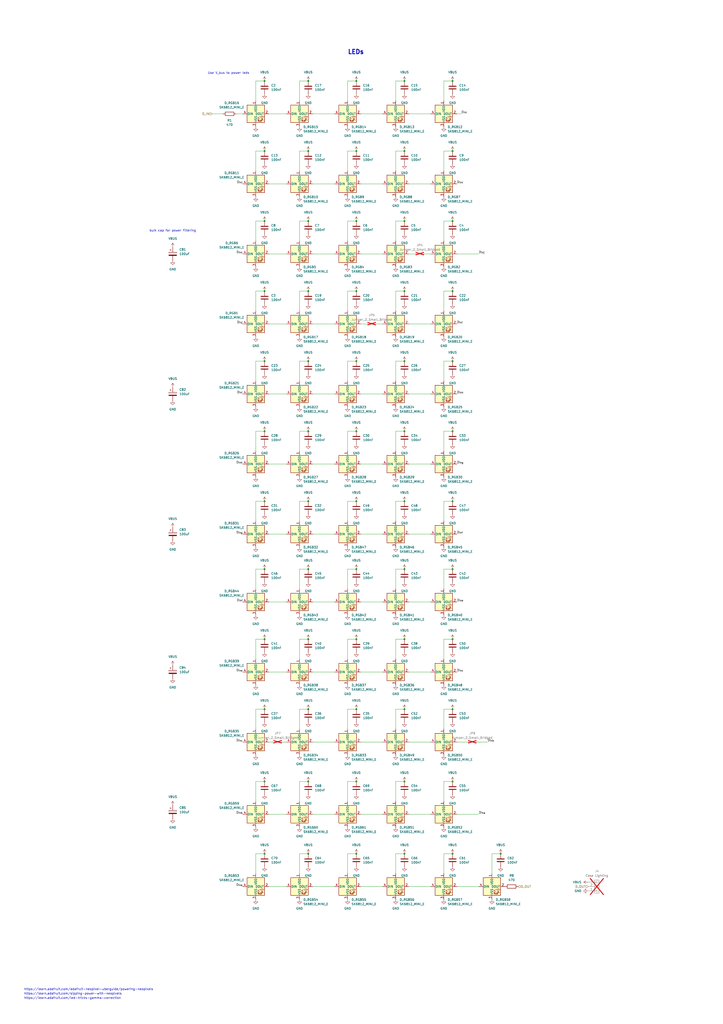
<source format=kicad_sch>
(kicad_sch (version 20231120) (generator "eeschema") (generator_version "8.0")
  (paper "A2" portrait)
  (title_block (title "Per-key Addressable RGB") (date "2024-09-22") (rev "3") (comment 1 "Author: kevontheweb"))
  (lib_symbols
    (symbol "Connector_Generic:Conn_01x03" (pin_names (offset 1.016) hide)
      (property "Reference" "J" (at 0 5.08 0))
      (property "Value" "Conn_01x03" (at 0 -5.08 0))
      (symbol "Conn_01x03_1_1"
        (pin passive line (at -5.08 2.54 0) (length 3.81) (name "Pin_1") (number "1"))
        (pin passive line (at -5.08 0 0) (length 3.81) (name "Pin_2") (number "2"))
        (pin passive line (at -5.08 -2.54 0) (length 3.81) (name "Pin_3") (number "3"))
      )
    )
    (symbol "Device:C" (pin_numbers hide) (pin_names (offset 0.254))
      (property "Reference" "C" (at 0.635 2.54 0))
      (property "Value" "C" (at 0.635 -2.54 0))
      (symbol "C_1_1"
        (pin passive line (at 0 3.81 270) (length 2.794) (name "~") (number "1"))
        (pin passive line (at 0 -3.81 90) (length 2.794) (name "~") (number "2"))
      )
    )
    (symbol "Device:C_Polarized" (pin_numbers hide) (pin_names (offset 0.254))
      (property "Reference" "C" (at 0.635 2.54 0))
      (property "Value" "C_Polarized" (at 0.635 -2.54 0))
      (symbol "C_Polarized_1_1"
        (pin passive line (at 0 3.81 270) (length 2.794) (name "~") (number "1"))
        (pin passive line (at 0 -3.81 90) (length 2.794) (name "~") (number "2"))
      )
    )
    (symbol "Device:R" (pin_numbers hide) (pin_names (offset 0))
      (property "Reference" "R" (at 2.032 0 90))
      (property "Value" "R" (at 0 0 90))
      (symbol "R_1_1"
        (pin passive line (at 0 3.81 270) (length 1.27) (name "~") (number "1"))
        (pin passive line (at 0 -3.81 90) (length 1.27) (name "~") (number "2"))
      )
    )
    (symbol "Jumper:Jumper_2_Small_Bridged" (pin_numbers hide) (pin_names (offset 0) hide) (exclude_from_sim yes)
      (property "Reference" "JP" (at 0 2.032 0))
      (property "Value" "Jumper_2_Small_Bridged" (at 0 -2.286 0))
      (symbol "Jumper_2_Small_Bridged_1_1"
        (pin passive line (at -2.54 0 0) (length 1.27) (name "A") (number "1"))
        (pin passive line (at 2.54 0 180) (length 1.27) (name "B") (number "2"))
      )
    )
    (symbol "LED:WS2812B" (pin_names (offset 0.254))
      (property "Reference" "D" (at 5.08 5.715 0))
      (property "Value" "WS2812B" (at 1.27 -5.715 0))
      (symbol "WS2812B_0_0"
        (text "RGB" (at 2.286 -4.191 0) (effects (font (size 0.762 0.762))))
      )
      (symbol "WS2812B_1_1"
        (pin power_in line (at 0 7.62 270) (length 2.54) (name "VDD") (number "1"))
        (pin output line (at 7.62 0 180) (length 2.54) (name "DOUT") (number "2"))
        (pin power_in line (at 0 -7.62 90) (length 2.54) (name "VSS") (number "3"))
        (pin input line (at -7.62 0 0) (length 2.54) (name "DIN") (number "4"))
      )
    )
    (symbol "power:GND" (power) (pin_numbers hide) (pin_names (offset 0) hide)
      (property "Value" "GND" (at 0 -3.81 0))
      (symbol "GND_1_1"
        (pin power_in line (at 0 0 270) (length 0) (name "~") (number "1"))
      )
    )
    (symbol "power:VBUS" (power) (pin_numbers hide) (pin_names (offset 0) hide)
      (property "Value" "VBUS" (at 0 3.556 0))
      (symbol "VBUS_1_1"
        (pin power_in line (at 0 0 90) (length 0) (name "~") (number "1"))
      )
    )
  )
  (junction (at 262.89 411.48))
  (junction (at 179.07 87.63))
  (junction (at 207.01 209.55))
  (junction (at 179.07 330.2))
  (junction (at 262.89 495.3))
  (junction (at 179.07 168.91))
  (junction (at 153.67 453.39))
  (junction (at 153.67 495.3))
  (junction (at 234.95 290.83))
  (junction (at 207.01 128.27))
  (junction (at 153.67 250.19))
  (junction (at 207.01 168.91))
  (junction (at 234.95 250.19))
  (junction (at 179.07 411.48))
  (junction (at 179.07 290.83))
  (junction (at 234.95 411.48))
  (junction (at 207.01 290.83))
  (junction (at 262.89 46.99))
  (junction (at 234.95 370.84))
  (junction (at 153.67 87.63))
  (junction (at 153.67 330.2))
  (junction (at 179.07 370.84))
  (junction (at 207.01 330.2))
  (junction (at 262.89 209.55))
  (junction (at 262.89 330.2))
  (junction (at 207.01 453.39))
  (junction (at 234.95 495.3))
  (junction (at 262.89 168.91))
  (junction (at 234.95 453.39))
  (junction (at 207.01 411.48))
  (junction (at 153.67 46.99))
  (junction (at 179.07 250.19))
  (junction (at 262.89 453.39))
  (junction (at 234.95 168.91))
  (junction (at 153.67 370.84))
  (junction (at 179.07 209.55))
  (junction (at 234.95 128.27))
  (junction (at 234.95 87.63))
  (junction (at 234.95 330.2))
  (junction (at 207.01 495.3))
  (junction (at 179.07 453.39))
  (junction (at 262.89 370.84))
  (junction (at 207.01 46.99))
  (junction (at 262.89 87.63))
  (junction (at 153.67 290.83))
  (junction (at 179.07 46.99))
  (junction (at 290.83 495.3))
  (junction (at 207.01 250.19))
  (junction (at 179.07 495.3))
  (junction (at 234.95 46.99))
  (junction (at 153.67 128.27))
  (junction (at 179.07 128.27))
  (junction (at 153.67 411.48))
  (junction (at 262.89 250.19))
  (junction (at 234.95 209.55))
  (junction (at 207.01 370.84))
  (junction (at 262.89 290.83))
  (junction (at 153.67 168.91))
  (junction (at 207.01 87.63))
  (junction (at 153.67 209.55))
  (junction (at 262.89 128.27))
  (wire (pts (xy 163.83 430.53) (xy 166.37 430.53)))
  (wire (pts (xy 209.55 389.89) (xy 222.25 389.89)))
  (wire (pts (xy 173.99 180.34) (xy 173.99 168.91)))
  (wire (pts (xy 257.81 99.06) (xy 257.81 87.63)))
  (wire (pts (xy 156.21 309.88) (xy 166.37 309.88)))
  (wire (pts (xy 123.19 66.04) (xy 129.54 66.04)))
  (wire (pts (xy 148.59 506.73) (xy 148.59 495.3)))
  (wire (pts (xy 265.43 147.32) (xy 278.13 147.32)))
  (wire (pts (xy 229.87 495.3) (xy 234.95 495.3)))
  (wire (pts (xy 229.87 370.84) (xy 234.95 370.84)))
  (wire (pts (xy 257.81 382.27) (xy 257.81 370.84)))
  (wire (pts (xy 201.93 495.3) (xy 207.01 495.3)))
  (wire (pts (xy 209.55 349.25) (xy 222.25 349.25)))
  (wire (pts (xy 209.55 187.96) (xy 213.36 187.96)))
  (wire (pts (xy 201.93 168.91) (xy 201.93 180.34)))
  (wire (pts (xy 201.93 209.55) (xy 207.01 209.55)))
  (wire (pts (xy 173.99 128.27) (xy 179.07 128.27)))
  (wire (pts (xy 156.21 389.89) (xy 166.37 389.89)))
  (wire (pts (xy 201.93 453.39) (xy 207.01 453.39)))
  (wire (pts (xy 181.61 349.25) (xy 194.31 349.25)))
  (wire (pts (xy 173.99 495.3) (xy 179.07 495.3)))
  (wire (pts (xy 148.59 302.26) (xy 148.59 290.83)))
  (wire (pts (xy 257.81 495.3) (xy 262.89 495.3)))
  (wire (pts (xy 156.21 147.32) (xy 166.37 147.32)))
  (wire (pts (xy 201.93 290.83) (xy 201.93 302.26)))
  (wire (pts (xy 237.49 106.68) (xy 250.19 106.68)))
  (wire (pts (xy 201.93 128.27) (xy 207.01 128.27)))
  (wire (pts (xy 257.81 370.84) (xy 262.89 370.84)))
  (wire (pts (xy 257.81 261.62) (xy 257.81 250.19)))
  (wire (pts (xy 229.87 341.63) (xy 229.87 330.2)))
  (wire (pts (xy 148.59 139.7) (xy 148.59 128.27)))
  (wire (pts (xy 229.87 250.19) (xy 234.95 250.19)))
  (wire (pts (xy 257.81 58.42) (xy 257.81 46.99)))
  (wire (pts (xy 148.59 330.2) (xy 153.67 330.2)))
  (wire (pts (xy 265.43 430.53) (xy 271.78 430.53)))
  (wire (pts (xy 201.93 290.83) (xy 207.01 290.83)))
  (wire (pts (xy 173.99 168.91) (xy 179.07 168.91)))
  (wire (pts (xy 201.93 209.55) (xy 201.93 220.98)))
  (wire (pts (xy 156.21 187.96) (xy 166.37 187.96)))
  (wire (pts (xy 209.55 309.88) (xy 222.25 309.88)))
  (wire (pts (xy 173.99 464.82) (xy 173.99 453.39)))
  (wire (pts (xy 229.87 453.39) (xy 234.95 453.39)))
  (wire (pts (xy 237.49 228.6) (xy 250.19 228.6)))
  (wire (pts (xy 265.43 514.35) (xy 278.13 514.35)))
  (wire (pts (xy 181.61 228.6) (xy 194.31 228.6)))
  (wire (pts (xy 148.59 422.91) (xy 148.59 411.48)))
  (wire (pts (xy 257.81 209.55) (xy 262.89 209.55)))
  (wire (pts (xy 257.81 220.98) (xy 257.81 209.55)))
  (wire (pts (xy 229.87 290.83) (xy 234.95 290.83)))
  (wire (pts (xy 229.87 139.7) (xy 229.87 128.27)))
  (wire (pts (xy 229.87 220.98) (xy 229.87 209.55)))
  (wire (pts (xy 257.81 168.91) (xy 262.89 168.91)))
  (wire (pts (xy 229.87 411.48) (xy 234.95 411.48)))
  (wire (pts (xy 181.61 389.89) (xy 194.31 389.89)))
  (wire (pts (xy 173.99 209.55) (xy 179.07 209.55)))
  (wire (pts (xy 257.81 128.27) (xy 262.89 128.27)))
  (wire (pts (xy 257.81 453.39) (xy 262.89 453.39)))
  (wire (pts (xy 218.44 187.96) (xy 222.25 187.96)))
  (wire (pts (xy 173.99 261.62) (xy 173.99 250.19)))
  (wire (pts (xy 229.87 506.73) (xy 229.87 495.3)))
  (wire (pts (xy 148.59 261.62) (xy 148.59 250.19)))
  (wire (pts (xy 209.55 147.32) (xy 222.25 147.32)))
  (wire (pts (xy 173.99 250.19) (xy 179.07 250.19)))
  (wire (pts (xy 237.49 187.96) (xy 250.19 187.96)))
  (wire (pts (xy 156.21 349.25) (xy 166.37 349.25)))
  (wire (pts (xy 173.99 330.2) (xy 179.07 330.2)))
  (wire (pts (xy 257.81 290.83) (xy 262.89 290.83)))
  (wire (pts (xy 229.87 99.06) (xy 229.87 87.63)))
  (wire (pts (xy 237.49 472.44) (xy 250.19 472.44)))
  (wire (pts (xy 237.49 430.53) (xy 250.19 430.53)))
  (wire (pts (xy 257.81 422.91) (xy 257.81 411.48)))
  (wire (pts (xy 257.81 250.19) (xy 262.89 250.19)))
  (wire (pts (xy 229.87 180.34) (xy 229.87 168.91)))
  (wire (pts (xy 229.87 422.91) (xy 229.87 411.48)))
  (wire (pts (xy 181.61 187.96) (xy 194.31 187.96)))
  (wire (pts (xy 173.99 46.99) (xy 179.07 46.99)))
  (wire (pts (xy 290.83 495.3) (xy 285.75 495.3)))
  (wire (pts (xy 201.93 87.63) (xy 201.93 99.06)))
  (wire (pts (xy 201.93 495.3) (xy 201.93 506.73)))
  (wire (pts (xy 229.87 261.62) (xy 229.87 250.19)))
  (wire (pts (xy 229.87 87.63) (xy 234.95 87.63)))
  (wire (pts (xy 181.61 66.04) (xy 194.31 66.04)))
  (wire (pts (xy 181.61 106.68) (xy 194.31 106.68)))
  (wire (pts (xy 173.99 411.48) (xy 179.07 411.48)))
  (wire (pts (xy 229.87 46.99) (xy 234.95 46.99)))
  (wire (pts (xy 148.59 58.42) (xy 148.59 46.99)))
  (wire (pts (xy 173.99 290.83) (xy 179.07 290.83)))
  (wire (pts (xy 156.21 430.53) (xy 158.75 430.53)))
  (wire (pts (xy 173.99 139.7) (xy 173.99 128.27)))
  (wire (pts (xy 209.55 269.24) (xy 222.25 269.24)))
  (wire (pts (xy 181.61 147.32) (xy 194.31 147.32)))
  (wire (pts (xy 148.59 464.82) (xy 148.59 453.39)))
  (wire (pts (xy 229.87 58.42) (xy 229.87 46.99)))
  (wire (pts (xy 209.55 472.44) (xy 222.25 472.44)))
  (wire (pts (xy 201.93 168.91) (xy 207.01 168.91)))
  (wire (pts (xy 201.93 46.99) (xy 201.93 58.42)))
  (wire (pts (xy 137.16 66.04) (xy 140.97 66.04)))
  (wire (pts (xy 237.49 514.35) (xy 250.19 514.35)))
  (wire (pts (xy 181.61 472.44) (xy 194.31 472.44)))
  (wire (pts (xy 257.81 330.2) (xy 262.89 330.2)))
  (wire (pts (xy 173.99 341.63) (xy 173.99 330.2)))
  (wire (pts (xy 148.59 46.99) (xy 153.67 46.99)))
  (wire (pts (xy 173.99 453.39) (xy 179.07 453.39)))
  (wire (pts (xy 148.59 220.98) (xy 148.59 209.55)))
  (wire (pts (xy 201.93 87.63) (xy 207.01 87.63)))
  (wire (pts (xy 148.59 209.55) (xy 153.67 209.55)))
  (wire (pts (xy 257.81 411.48) (xy 262.89 411.48)))
  (wire (pts (xy 257.81 464.82) (xy 257.81 453.39)))
  (wire (pts (xy 148.59 370.84) (xy 153.67 370.84)))
  (wire (pts (xy 201.93 370.84) (xy 207.01 370.84)))
  (wire (pts (xy 229.87 209.55) (xy 234.95 209.55)))
  (wire (pts (xy 229.87 464.82) (xy 229.87 453.39)))
  (wire (pts (xy 237.49 309.88) (xy 250.19 309.88)))
  (wire (pts (xy 257.81 87.63) (xy 262.89 87.63)))
  (wire (pts (xy 181.61 269.24) (xy 194.31 269.24)))
  (wire (pts (xy 237.49 66.04) (xy 250.19 66.04)))
  (wire (pts (xy 156.21 472.44) (xy 166.37 472.44)))
  (wire (pts (xy 201.93 46.99) (xy 207.01 46.99)))
  (wire (pts (xy 148.59 453.39) (xy 153.67 453.39)))
  (wire (pts (xy 148.59 168.91) (xy 153.67 168.91)))
  (wire (pts (xy 173.99 302.26) (xy 173.99 290.83)))
  (wire (pts (xy 156.21 269.24) (xy 166.37 269.24)))
  (wire (pts (xy 173.99 506.73) (xy 173.99 495.3)))
  (wire (pts (xy 257.81 302.26) (xy 257.81 290.83)))
  (wire (pts (xy 285.75 506.73) (xy 285.75 495.3)))
  (wire (pts (xy 237.49 389.89) (xy 250.19 389.89)))
  (wire (pts (xy 265.43 66.04) (xy 267.97 66.04)))
  (wire (pts (xy 156.21 228.6) (xy 166.37 228.6)))
  (wire (pts (xy 148.59 99.06) (xy 148.59 87.63)))
  (wire (pts (xy 257.81 46.99) (xy 262.89 46.99)))
  (wire (pts (xy 148.59 341.63) (xy 148.59 330.2)))
  (wire (pts (xy 173.99 58.42) (xy 173.99 46.99)))
  (wire (pts (xy 156.21 514.35) (xy 166.37 514.35)))
  (wire (pts (xy 229.87 302.26) (xy 229.87 290.83)))
  (wire (pts (xy 148.59 290.83) (xy 153.67 290.83)))
  (wire (pts (xy 201.93 330.2) (xy 207.01 330.2)))
  (wire (pts (xy 229.87 382.27) (xy 229.87 370.84)))
  (wire (pts (xy 148.59 128.27) (xy 153.67 128.27)))
  (wire (pts (xy 148.59 87.63) (xy 153.67 87.63)))
  (wire (pts (xy 181.61 309.88) (xy 194.31 309.88)))
  (wire (pts (xy 156.21 106.68) (xy 166.37 106.68)))
  (wire (pts (xy 257.81 341.63) (xy 257.81 330.2)))
  (wire (pts (xy 148.59 382.27) (xy 148.59 370.84)))
  (wire (pts (xy 237.49 269.24) (xy 250.19 269.24)))
  (wire (pts (xy 237.49 349.25) (xy 250.19 349.25)))
  (wire (pts (xy 201.93 128.27) (xy 201.93 139.7)))
  (wire (pts (xy 209.55 106.68) (xy 222.25 106.68)))
  (wire (pts (xy 246.38 147.32) (xy 250.19 147.32)))
  (wire (pts (xy 173.99 87.63) (xy 179.07 87.63)))
  (wire (pts (xy 229.87 168.91) (xy 234.95 168.91)))
  (wire (pts (xy 181.61 430.53) (xy 194.31 430.53)))
  (wire (pts (xy 257.81 506.73) (xy 257.81 495.3)))
  (wire (pts (xy 173.99 422.91) (xy 173.99 411.48)))
  (wire (pts (xy 257.81 139.7) (xy 257.81 128.27)))
  (wire (pts (xy 201.93 411.48) (xy 207.01 411.48)))
  (wire (pts (xy 237.49 147.32) (xy 241.3 147.32)))
  (wire (pts (xy 201.93 330.2) (xy 201.93 341.63)))
  (wire (pts (xy 173.99 220.98) (xy 173.99 209.55)))
  (wire (pts (xy 276.86 430.53) (xy 283.21 430.53)))
  (wire (pts (xy 209.55 228.6) (xy 222.25 228.6)))
  (wire (pts (xy 257.81 180.34) (xy 257.81 168.91)))
  (wire (pts (xy 201.93 250.19) (xy 207.01 250.19)))
  (wire (pts (xy 229.87 128.27) (xy 234.95 128.27)))
  (wire (pts (xy 209.55 514.35) (xy 222.25 514.35)))
  (wire (pts (xy 156.21 66.04) (xy 166.37 66.04)))
  (wire (pts (xy 181.61 514.35) (xy 194.31 514.35)))
  (wire (pts (xy 201.93 411.48) (xy 201.93 422.91)))
  (wire (pts (xy 201.93 370.84) (xy 201.93 382.27)))
  (wire (pts (xy 173.99 370.84) (xy 179.07 370.84)))
  (wire (pts (xy 278.13 472.44) (xy 265.43 472.44)))
  (wire (pts (xy 148.59 495.3) (xy 153.67 495.3)))
  (wire (pts (xy 201.93 250.19) (xy 201.93 261.62)))
  (wire (pts (xy 173.99 99.06) (xy 173.99 87.63)))
  (wire (pts (xy 209.55 430.53) (xy 222.25 430.53)))
  (wire (pts (xy 173.99 382.27) (xy 173.99 370.84)))
  (wire (pts (xy 148.59 180.34) (xy 148.59 168.91)))
  (wire (pts (xy 209.55 66.04) (xy 222.25 66.04)))
  (wire (pts (xy 229.87 330.2) (xy 234.95 330.2)))
  (wire (pts (xy 201.93 453.39) (xy 201.93 464.82)))
  (wire (pts (xy 148.59 411.48) (xy 153.67 411.48)))
  (wire (pts (xy 148.59 250.19) (xy 153.67 250.19)))
  (text "bulk cap for power filtering" (at 100.33 134.62 0) (effects (font (size 1.27 1.27)) (justify bottom)))
  (text "LEDs" (at 201.93 31.75 0) (effects (font (size 2.54 2.54) (thickness 0.508) (bold yes)) (justify left bottom)))
  (text "https://learn.adafruit.com/led-tricks-gamma-correction" (at 13.97 579.12 0) (effects (font (size 1.27 1.27)) (justify left)))
  (text "Use V_bus to power leds" (at 120.65 43.18 0) (effects (font (size 1.27 1.27)) (justify left bottom)))
  (text "https://learn.adafruit.com/sipping-power-with-neopixels" (at 13.97 576.58 0) (effects (font (size 1.27 1.27)) (justify left)))
  (text "https://learn.adafruit.com/adafruit-neopixel-uberguide/powering-neopixels" (at 13.97 574.04 0) (effects (font (size 1.27 1.27)) (justify left)))
  (label "D_{in}_{e}" (at 140.97 389.89 180))
  (label "D_{in}_{a}" (at 278.13 472.44 0))
  (label "D_{in}_{a}" (at 140.97 514.35 180))
  (label "D_{in}_{h}" (at 140.97 269.24 180))
  (label "D_{in}_{f}" (at 140.97 349.25 180))
  (label "D_{in}_{l}" (at 140.97 106.68 180))
  (label "D_{in}_{i}" (at 140.97 228.6 180))
  (label "D_{in}_{i}" (at 265.43 187.96 0))
  (label "D_{in}_{b}" (at 283.21 430.53 0))
  (label "D_{in}_{k}" (at 265.43 106.68 0))
  (label "D_{in}_{g}" (at 265.43 269.24 0))
  (label "D_{in}_{e}" (at 265.43 349.25 0))
  (label "D_{in}_{f}" (at 265.43 309.88 0))
  (label "D_{in}_{c}" (at 140.97 430.53 180))
  (label "D_{in}_{h}" (at 265.43 228.6 0))
  (label "D_{in}_{j}" (at 140.97 187.96 180))
  (label "D_{in}_{c}" (at 265.43 389.89 0))
  (label "D_{in}_{l}" (at 267.97 66.04 0))
  (label "D_{in}_{k}" (at 140.97 147.32 180))
  (label "D_{in}_{b}" (at 140.97 472.44 180))
  (label "D_{in}_{j}" (at 278.13 147.32 0))
  (label "D_{in}_{g}" (at 140.97 309.88 180))
  (hierarchical_label "D_IN" (shape input) (at 123.19 66.04 180))
  (hierarchical_label "D_OUT" (shape input) (at 300.99 514.35 0))
  (hierarchical_label "D_OUT" (shape input) (at 341.63 514.35 180))
  (symbol (lib_id "Device:C") (at 262.89 50.8 0) (unit 1)
    (property "Reference" "C14" (at 266.7 49.5299 0) (effects (justify left)))
    (property "Value" "100nF" (at 266.7 52.0699 0) (effects (justify left)))
    (property "Footprint" "Capacitor_SMD:C_0402_1005Metric" (effects (hide yes)))
    (property "Description" "Unpolarized capacitor" (effects (hide yes)))
    (property "LCSC" "C1525" (effects (hide yes)))
    (property "MPN" "CL05B104KO5NNNC" (effects (hide yes)))
    (property "Manufacturer" "Samsung Electro-Mechanics" (effects (hide yes)))
  )
  (symbol (lib_id "LED:WS2812B") (at 148.59 147.32 0) (unit 1)
    (property "Reference" "D_RGB6" (at 134.62 141.0014 0))
    (property "Value" "SK6812_MINI_E" (at 134.62 143.5414 0))
    (property "Footprint" "kbd:LED_SK6812MINI_E_3.5x3.5mm_P1.75mm" (effects (hide yes)))
    (property "Datasheet" "https://cdn-shop.adafruit.com/datasheets/WS2812B.pdf" (effects (hide yes)))
    (property "LCSC" "C5149201" (effects (hide yes)))
    (property "MPN" " SK6812MINI-E" (effects (hide yes)))
    (property "Manufacturer" "OPSCO Optoelectronics " (effects (hide yes)))
    (property "Type" "SMD" (effects (hide yes)))
    (property "Comment" "Do Not Substitute" (effects (hide yes)))
  )
  (symbol (lib_id "power:GND") (at 229.87 114.3 0) (unit 1)
    (property "Reference" "#PWR0213" (effects (hide yes)))
    (property "Value" "GND" (at 229.87 119.38 0))
    (property "Description" "Power symbol creates a global label with name \"GND\" , ground" (effects (hide yes)))
  )
  (symbol (lib_id "power:VBUS") (at 153.67 209.55 0) (unit 1)
    (property "Reference" "#PWR038" (effects (hide yes)))
    (property "Value" "VBUS" (at 153.67 204.47 0))
    (property "Description" "Power symbol creates a global label with name \"VBUS\"" (effects (hide yes)))
  )
  (symbol (lib_id "Device:C") (at 207.01 415.29 0) (unit 1)
    (property "Reference" "C35" (at 210.82 414.0199 0) (effects (justify left)))
    (property "Value" "100nF" (at 210.82 416.5599 0) (effects (justify left)))
    (property "Footprint" "Capacitor_SMD:C_0402_1005Metric" (effects (hide yes)))
    (property "Description" "Unpolarized capacitor" (effects (hide yes)))
    (property "LCSC" "C1525" (effects (hide yes)))
    (property "MPN" "CL05B104KO5NNNC" (effects (hide yes)))
    (property "Manufacturer" "Samsung Electro-Mechanics" (effects (hide yes)))
  )
  (symbol (lib_id "Device:C") (at 207.01 254 0) (unit 1)
    (property "Reference" "C30" (at 210.82 252.7299 0) (effects (justify left)))
    (property "Value" "100nF" (at 210.82 255.2699 0) (effects (justify left)))
    (property "Footprint" "Capacitor_SMD:C_0402_1005Metric" (effects (hide yes)))
    (property "Description" "Unpolarized capacitor" (effects (hide yes)))
    (property "LCSC" "C1525" (effects (hide yes)))
    (property "MPN" "CL05B104KO5NNNC" (effects (hide yes)))
    (property "Manufacturer" "Samsung Electro-Mechanics" (effects (hide yes)))
  )
  (symbol (lib_id "LED:WS2812B") (at 229.87 514.35 0) (unit 1)
    (property "Reference" "D_RGB56" (at 232.0641 521.97 0) (effects (justify left)))
    (property "Value" "SK6812_MINI_E" (at 232.0641 524.51 0) (effects (justify left)))
    (property "Footprint" "kbd:LED_SK6812MINI_E_3.5x3.5mm_P1.75mm" (effects (hide yes)))
    (property "Datasheet" "https://cdn-shop.adafruit.com/datasheets/WS2812B.pdf" (effects (hide yes)))
    (property "LCSC" "C5149201" (effects (hide yes)))
    (property "MPN" " SK6812MINI-E" (effects (hide yes)))
    (property "Manufacturer" "OPSCO Optoelectronics " (effects (hide yes)))
    (property "Type" "SMD" (effects (hide yes)))
    (property "Comment" "Do Not Substitute" (effects (hide yes)))
  )
  (symbol (lib_id "LED:WS2812B") (at 201.93 514.35 0) (unit 1)
    (property "Reference" "D_RGB55" (at 204.1241 521.97 0) (effects (justify left)))
    (property "Value" "SK6812_MINI_E" (at 204.1241 524.51 0) (effects (justify left)))
    (property "Footprint" "kbd:LED_SK6812MINI_E_3.5x3.5mm_P1.75mm" (effects (hide yes)))
    (property "Datasheet" "https://cdn-shop.adafruit.com/datasheets/WS2812B.pdf" (effects (hide yes)))
    (property "LCSC" "C5149201" (effects (hide yes)))
    (property "MPN" " SK6812MINI-E" (effects (hide yes)))
    (property "Manufacturer" "OPSCO Optoelectronics " (effects (hide yes)))
    (property "Type" "SMD" (effects (hide yes)))
    (property "Comment" "Do Not Substitute" (effects (hide yes)))
  )
  (symbol (lib_id "power:GND") (at 257.81 73.66 0) (unit 1)
    (property "Reference" "#PWR0219" (effects (hide yes)))
    (property "Value" "GND" (at 257.81 78.74 0))
    (property "Description" "Power symbol creates a global label with name \"GND\" , ground" (effects (hide yes)))
  )
  (symbol (lib_id "LED:WS2812B") (at 173.99 472.44 0) (unit 1)
    (property "Reference" "D_RGB60" (at 176.1841 480.06 0) (effects (justify left)))
    (property "Value" "SK6812_MINI_E" (at 176.1841 482.6 0) (effects (justify left)))
    (property "Footprint" "kbd:LED_SK6812MINI_E_3.5x3.5mm_P1.75mm" (effects (hide yes)))
    (property "Datasheet" "https://cdn-shop.adafruit.com/datasheets/WS2812B.pdf" (effects (hide yes)))
    (property "LCSC" "C5149201" (effects (hide yes)))
    (property "MPN" " SK6812MINI-E" (effects (hide yes)))
    (property "Manufacturer" "OPSCO Optoelectronics " (effects (hide yes)))
    (property "Type" "SMD" (effects (hide yes)))
    (property "Comment" "Do Not Substitute" (effects (hide yes)))
  )
  (symbol (lib_id "power:GND") (at 201.93 73.66 0) (unit 1)
    (property "Reference" "#PWR0217" (effects (hide yes)))
    (property "Value" "GND" (at 201.93 78.74 0))
    (property "Description" "Power symbol creates a global label with name \"GND\" , ground" (effects (hide yes)))
  )
  (symbol (lib_id "power:GND") (at 173.99 195.58 0) (unit 1)
    (property "Reference" "#PWR0178" (effects (hide yes)))
    (property "Value" "GND" (at 173.99 200.66 0))
    (property "Description" "Power symbol creates a global label with name \"GND\" , ground" (effects (hide yes)))
  )
  (symbol (lib_id "power:GND") (at 229.87 73.66 0) (unit 1)
    (property "Reference" "#PWR0218" (effects (hide yes)))
    (property "Value" "GND" (at 229.87 78.74 0))
    (property "Description" "Power symbol creates a global label with name \"GND\" , ground" (effects (hide yes)))
  )
  (symbol (lib_id "power:GND") (at 262.89 461.01 0) (unit 1)
    (property "Reference" "#PWR091" (effects (hide yes)))
    (property "Value" "GND" (at 262.89 466.09 0))
    (property "Description" "Power symbol creates a global label with name \"GND\" , ground" (effects (hide yes)))
  )
  (symbol (lib_id "LED:WS2812B") (at 173.99 514.35 0) (unit 1)
    (property "Reference" "D_RGB54" (at 176.1841 521.97 0) (effects (justify left)))
    (property "Value" "SK6812_MINI_E" (at 176.1841 524.51 0) (effects (justify left)))
    (property "Footprint" "kbd:LED_SK6812MINI_E_3.5x3.5mm_P1.75mm" (effects (hide yes)))
    (property "Datasheet" "https://cdn-shop.adafruit.com/datasheets/WS2812B.pdf" (effects (hide yes)))
    (property "LCSC" "C5149201" (effects (hide yes)))
    (property "MPN" " SK6812MINI-E" (effects (hide yes)))
    (property "Manufacturer" "OPSCO Optoelectronics " (effects (hide yes)))
    (property "Type" "SMD" (effects (hide yes)))
    (property "Comment" "Do Not Substitute" (effects (hide yes)))
  )
  (symbol (lib_id "LED:WS2812B") (at 148.59 187.96 0) (unit 1)
    (property "Reference" "D_RGB1" (at 134.62 181.6414 0))
    (property "Value" "SK6812_MINI_E" (at 134.62 184.1814 0))
    (property "Footprint" "kbd:LED_SK6812MINI_E_3.5x3.5mm_P1.75mm" (effects (hide yes)))
    (property "Datasheet" "https://cdn-shop.adafruit.com/datasheets/WS2812B.pdf" (effects (hide yes)))
    (property "LCSC" "C5149201" (effects (hide yes)))
    (property "MPN" " SK6812MINI-E" (effects (hide yes)))
    (property "Manufacturer" "OPSCO Optoelectronics " (effects (hide yes)))
    (property "Type" "SMD" (effects (hide yes)))
    (property "Comment" "Do Not Substitute" (effects (hide yes)))
  )
  (symbol (lib_id "Device:C") (at 207.01 50.8 0) (unit 1)
    (property "Reference" "C16" (at 210.82 49.5299 0) (effects (justify left)))
    (property "Value" "100nF" (at 210.82 52.0699 0) (effects (justify left)))
    (property "Footprint" "Capacitor_SMD:C_0402_1005Metric" (effects (hide yes)))
    (property "Description" "Unpolarized capacitor" (effects (hide yes)))
    (property "LCSC" "C1525" (effects (hide yes)))
    (property "MPN" "CL05B104KO5NNNC" (effects (hide yes)))
    (property "Manufacturer" "Samsung Electro-Mechanics" (effects (hide yes)))
  )
  (symbol (lib_id "power:GND") (at 229.87 195.58 0) (unit 1)
    (property "Reference" "#PWR0180" (effects (hide yes)))
    (property "Value" "GND" (at 229.87 200.66 0))
    (property "Description" "Power symbol creates a global label with name \"GND\" , ground" (effects (hide yes)))
  )
  (symbol (lib_id "Device:C") (at 153.67 334.01 0) (unit 1)
    (property "Reference" "C46" (at 157.48 332.7399 0) (effects (justify left)))
    (property "Value" "100nF" (at 157.48 335.2799 0) (effects (justify left)))
    (property "Footprint" "Capacitor_SMD:C_0402_1005Metric" (effects (hide yes)))
    (property "Description" "Unpolarized capacitor" (effects (hide yes)))
    (property "LCSC" "C1525" (effects (hide yes)))
    (property "MPN" "CL05B104KO5NNNC" (effects (hide yes)))
    (property "Manufacturer" "Samsung Electro-Mechanics" (effects (hide yes)))
  )
  (symbol (lib_id "LED:WS2812B") (at 229.87 430.53 0) (unit 1)
    (property "Reference" "D_RGB49" (at 232.0641 438.15 0) (effects (justify left)))
    (property "Value" "SK6812_MINI_E" (at 232.0641 440.69 0) (effects (justify left)))
    (property "Footprint" "kbd:LED_SK6812MINI_E_3.5x3.5mm_P1.75mm" (effects (hide yes)))
    (property "Datasheet" "https://cdn-shop.adafruit.com/datasheets/WS2812B.pdf" (effects (hide yes)))
    (property "LCSC" "C5149201" (effects (hide yes)))
    (property "MPN" " SK6812MINI-E" (effects (hide yes)))
    (property "Manufacturer" "OPSCO Optoelectronics " (effects (hide yes)))
    (property "Type" "SMD" (effects (hide yes)))
    (property "Comment" "Do Not Substitute" (effects (hide yes)))
  )
  (symbol (lib_id "power:VBUS") (at 207.01 330.2 0) (unit 1)
    (property "Reference" "#PWR0117" (effects (hide yes)))
    (property "Value" "VBUS" (at 207.01 325.12 0))
    (property "Description" "Power symbol creates a global label with name \"VBUS\"" (effects (hide yes)))
  )
  (symbol (lib_id "Device:C") (at 262.89 499.11 0) (unit 1)
    (property "Reference" "C61" (at 266.7 497.8399 0) (effects (justify left)))
    (property "Value" "100nF" (at 266.7 500.3799 0) (effects (justify left)))
    (property "Footprint" "Capacitor_SMD:C_0402_1005Metric" (effects (hide yes)))
    (property "Description" "Unpolarized capacitor" (effects (hide yes)))
    (property "LCSC" "C1525" (effects (hide yes)))
    (property "MPN" "CL05B104KO5NNNC" (effects (hide yes)))
    (property "Manufacturer" "Samsung Electro-Mechanics" (effects (hide yes)))
  )
  (symbol (lib_id "Device:C") (at 179.07 132.08 0) (unit 1)
    (property "Reference" "C7" (at 182.88 130.8099 0) (effects (justify left)))
    (property "Value" "100nF" (at 182.88 133.3499 0) (effects (justify left)))
    (property "Footprint" "Capacitor_SMD:C_0402_1005Metric" (effects (hide yes)))
    (property "Description" "Unpolarized capacitor" (effects (hide yes)))
    (property "LCSC" "C1525" (effects (hide yes)))
    (property "MPN" "CL05B104KO5NNNC" (effects (hide yes)))
    (property "Manufacturer" "Samsung Electro-Mechanics" (effects (hide yes)))
  )
  (symbol (lib_id "power:GND") (at 229.87 397.51 0) (unit 1)
    (property "Reference" "#PWR0115" (effects (hide yes)))
    (property "Value" "GND" (at 229.87 402.59 0))
    (property "Description" "Power symbol creates a global label with name \"GND\" , ground" (effects (hide yes)))
  )
  (symbol (lib_id "power:VBUS") (at 207.01 128.27 0) (unit 1)
    (property "Reference" "#PWR049" (effects (hide yes)))
    (property "Value" "VBUS" (at 207.01 123.19 0))
    (property "Description" "Power symbol creates a global label with name \"VBUS\"" (effects (hide yes)))
  )
  (symbol (lib_id "power:GND") (at 153.67 378.46 0) (unit 1)
    (property "Reference" "#PWR0107" (effects (hide yes)))
    (property "Value" "GND" (at 153.67 383.54 0))
    (property "Description" "Power symbol creates a global label with name \"GND\" , ground" (effects (hide yes)))
  )
  (symbol (lib_id "LED:WS2812B") (at 257.81 514.35 0) (unit 1)
    (property "Reference" "D_RGB57" (at 260.0041 521.97 0) (effects (justify left)))
    (property "Value" "SK6812_MINI_E" (at 260.0041 524.51 0) (effects (justify left)))
    (property "Footprint" "kbd:LED_SK6812MINI_E_3.5x3.5mm_P1.75mm" (effects (hide yes)))
    (property "Datasheet" "https://cdn-shop.adafruit.com/datasheets/WS2812B.pdf" (effects (hide yes)))
    (property "LCSC" "C5149201" (effects (hide yes)))
    (property "MPN" " SK6812MINI-E" (effects (hide yes)))
    (property "Manufacturer" "OPSCO Optoelectronics " (effects (hide yes)))
    (property "Type" "SMD" (effects (hide yes)))
    (property "Comment" "Do Not Substitute" (effects (hide yes)))
  )
  (symbol (lib_id "power:GND") (at 290.83 502.92 0) (unit 1)
    (property "Reference" "#PWR076" (effects (hide yes)))
    (property "Value" "GND" (at 290.83 508 0))
    (property "Description" "Power symbol creates a global label with name \"GND\" , ground" (effects (hide yes)))
  )
  (symbol (lib_id "Device:C") (at 207.01 294.64 0) (unit 1)
    (property "Reference" "C49" (at 210.82 293.3699 0) (effects (justify left)))
    (property "Value" "100nF" (at 210.82 295.9099 0) (effects (justify left)))
    (property "Footprint" "Capacitor_SMD:C_0402_1005Metric" (effects (hide yes)))
    (property "Description" "Unpolarized capacitor" (effects (hide yes)))
    (property "LCSC" "C1525" (effects (hide yes)))
    (property "MPN" "CL05B104KO5NNNC" (effects (hide yes)))
    (property "Manufacturer" "Samsung Electro-Mechanics" (effects (hide yes)))
  )
  (symbol (lib_id "power:VBUS") (at 207.01 209.55 0) (unit 1)
    (property "Reference" "#PWR0156" (effects (hide yes)))
    (property "Value" "VBUS" (at 207.01 204.47 0))
    (property "Description" "Power symbol creates a global label with name \"VBUS\"" (effects (hide yes)))
  )
  (symbol (lib_id "power:GND") (at 153.67 298.45 0) (unit 1)
    (property "Reference" "#PWR0138" (effects (hide yes)))
    (property "Value" "GND" (at 153.67 303.53 0))
    (property "Description" "Power symbol creates a global label with name \"GND\" , ground" (effects (hide yes)))
  )
  (symbol (lib_id "Device:C") (at 262.89 457.2 0) (unit 1)
    (property "Reference" "C55" (at 266.7 455.9299 0) (effects (justify left)))
    (property "Value" "100nF" (at 266.7 458.4699 0) (effects (justify left)))
    (property "Footprint" "Capacitor_SMD:C_0402_1005Metric" (effects (hide yes)))
    (property "Description" "Unpolarized capacitor" (effects (hide yes)))
    (property "LCSC" "C1525" (effects (hide yes)))
    (property "MPN" "CL05B104KO5NNNC" (effects (hide yes)))
    (property "Manufacturer" "Samsung Electro-Mechanics" (effects (hide yes)))
  )
  (symbol (lib_id "power:VBUS") (at 153.67 330.2 0) (unit 1)
    (property "Reference" "#PWR041" (effects (hide yes)))
    (property "Value" "VBUS" (at 153.67 325.12 0))
    (property "Description" "Power symbol creates a global label with name \"VBUS\"" (effects (hide yes)))
  )
  (symbol (lib_id "power:GND") (at 173.99 73.66 0) (unit 1)
    (property "Reference" "#PWR0216" (effects (hide yes)))
    (property "Value" "GND" (at 173.99 78.74 0))
    (property "Description" "Power symbol creates a global label with name \"GND\" , ground" (effects (hide yes)))
  )
  (symbol (lib_id "power:GND") (at 229.87 236.22 0) (unit 1)
    (property "Reference" "#PWR0167" (effects (hide yes)))
    (property "Value" "GND" (at 229.87 241.3 0))
    (property "Description" "Power symbol creates a global label with name \"GND\" , ground" (effects (hide yes)))
  )
  (symbol (lib_id "power:VBUS") (at 262.89 46.99 0) (unit 1)
    (property "Reference" "#PWR0204" (effects (hide yes)))
    (property "Value" "VBUS" (at 262.89 41.91 0))
    (property "Description" "Power symbol creates a global label with name \"VBUS\"" (effects (hide yes)))
  )
  (symbol (lib_id "LED:WS2812B") (at 173.99 389.89 0) (unit 1)
    (property "Reference" "D_RGB38" (at 176.1841 397.51 0) (effects (justify left)))
    (property "Value" "SK6812_MINI_E" (at 176.1841 400.05 0) (effects (justify left)))
    (property "Footprint" "kbd:LED_SK6812MINI_E_3.5x3.5mm_P1.75mm" (effects (hide yes)))
    (property "Datasheet" "https://cdn-shop.adafruit.com/datasheets/WS2812B.pdf" (effects (hide yes)))
    (property "LCSC" "C5149201" (effects (hide yes)))
    (property "MPN" " SK6812MINI-E" (effects (hide yes)))
    (property "Manufacturer" "OPSCO Optoelectronics " (effects (hide yes)))
    (property "Type" "SMD" (effects (hide yes)))
    (property "Comment" "Do Not Substitute" (effects (hide yes)))
  )
  (symbol (lib_id "Device:C") (at 153.67 499.11 0) (unit 1)
    (property "Reference" "C70" (at 157.48 497.8399 0) (effects (justify left)))
    (property "Value" "100nF" (at 157.48 500.3799 0) (effects (justify left)))
    (property "Footprint" "Capacitor_SMD:C_0402_1005Metric" (effects (hide yes)))
    (property "Description" "Unpolarized capacitor" (effects (hide yes)))
    (property "LCSC" "C1525" (effects (hide yes)))
    (property "MPN" "CL05B104KO5NNNC" (effects (hide yes)))
    (property "Manufacturer" "Samsung Electro-Mechanics" (effects (hide yes)))
  )
  (symbol (lib_id "Device:C") (at 234.95 91.44 0) (unit 1)
    (property "Reference" "C10" (at 238.76 90.1699 0) (effects (justify left)))
    (property "Value" "100nF" (at 238.76 92.7099 0) (effects (justify left)))
    (property "Footprint" "Capacitor_SMD:C_0402_1005Metric" (effects (hide yes)))
    (property "Description" "Unpolarized capacitor" (effects (hide yes)))
    (property "LCSC" "C1525" (effects (hide yes)))
    (property "MPN" "CL05B104KO5NNNC" (effects (hide yes)))
    (property "Manufacturer" "Samsung Electro-Mechanics" (effects (hide yes)))
  )
  (symbol (lib_id "power:VBUS") (at 207.01 46.99 0) (unit 1)
    (property "Reference" "#PWR0202" (effects (hide yes)))
    (property "Value" "VBUS" (at 207.01 41.91 0))
    (property "Description" "Power symbol creates a global label with name \"VBUS\"" (effects (hide yes)))
  )
  (symbol (lib_id "LED:WS2812B") (at 229.87 349.25 0) (unit 1)
    (property "Reference" "D_RGB41" (at 232.0641 356.87 0) (effects (justify left)))
    (property "Value" "SK6812_MINI_E" (at 232.0641 359.41 0) (effects (justify left)))
    (property "Footprint" "kbd:LED_SK6812MINI_E_3.5x3.5mm_P1.75mm" (effects (hide yes)))
    (property "Datasheet" "https://cdn-shop.adafruit.com/datasheets/WS2812B.pdf" (effects (hide yes)))
    (property "LCSC" "C5149201" (effects (hide yes)))
    (property "MPN" " SK6812MINI-E" (effects (hide yes)))
    (property "Manufacturer" "OPSCO Optoelectronics " (effects (hide yes)))
    (property "Type" "SMD" (effects (hide yes)))
    (property "Comment" "Do Not Substitute" (effects (hide yes)))
  )
  (symbol (lib_id "power:GND") (at 173.99 114.3 0) (unit 1)
    (property "Reference" "#PWR0211" (effects (hide yes)))
    (property "Value" "GND" (at 173.99 119.38 0))
    (property "Description" "Power symbol creates a global label with name \"GND\" , ground" (effects (hide yes)))
  )
  (symbol (lib_id "Device:C") (at 207.01 91.44 0) (unit 1)
    (property "Reference" "C11" (at 210.82 90.1699 0) (effects (justify left)))
    (property "Value" "100nF" (at 210.82 92.7099 0) (effects (justify left)))
    (property "Footprint" "Capacitor_SMD:C_0402_1005Metric" (effects (hide yes)))
    (property "Description" "Unpolarized capacitor" (effects (hide yes)))
    (property "LCSC" "C1525" (effects (hide yes)))
    (property "MPN" "CL05B104KO5NNNC" (effects (hide yes)))
    (property "Manufacturer" "Samsung Electro-Mechanics" (effects (hide yes)))
  )
  (symbol (lib_id "power:GND") (at 257.81 438.15 0) (unit 1)
    (property "Reference" "#PWR0102" (effects (hide yes)))
    (property "Value" "GND" (at 257.81 443.23 0))
    (property "Description" "Power symbol creates a global label with name \"GND\" , ground" (effects (hide yes)))
  )
  (symbol (lib_id "power:GND") (at 262.89 257.81 0) (unit 1)
    (property "Reference" "#PWR0155" (effects (hide yes)))
    (property "Value" "GND" (at 262.89 262.89 0))
    (property "Description" "Power symbol creates a global label with name \"GND\" , ground" (effects (hide yes)))
  )
  (symbol (lib_id "power:GND") (at 201.93 276.86 0) (unit 1)
    (property "Reference" "#PWR0144" (effects (hide yes)))
    (property "Value" "GND" (at 201.93 281.94 0))
    (property "Description" "Power symbol creates a global label with name \"GND\" , ground" (effects (hide yes)))
  )
  (symbol (lib_id "power:GND") (at 153.67 95.25 0) (unit 1)
    (property "Reference" "#PWR0195" (effects (hide yes)))
    (property "Value" "GND" (at 153.67 100.33 0))
    (property "Description" "Power symbol creates a global label with name \"GND\" , ground" (effects (hide yes)))
  )
  (symbol (lib_id "power:GND") (at 179.07 461.01 0) (unit 1)
    (property "Reference" "#PWR088" (effects (hide yes)))
    (property "Value" "GND" (at 179.07 466.09 0))
    (property "Description" "Power symbol creates a global label with name \"GND\" , ground" (effects (hide yes)))
  )
  (symbol (lib_id "power:GND") (at 201.93 154.94 0) (unit 1)
    (property "Reference" "#PWR0191" (effects (hide yes)))
    (property "Value" "GND" (at 201.93 160.02 0))
    (property "Description" "Power symbol creates a global label with name \"GND\" , ground" (effects (hide yes)))
  )
  (symbol (lib_id "Jumper:Jumper_2_Small_Bridged") (at 274.32 430.53 0) (unit 1) (exclude_from_sim yes) (dnp yes)
    (property "Reference" "JP9" (at 274.32 425.45 0))
    (property "Value" "Jumper_2_Small_Bridged" (at 274.32 427.99 0))
    (property "Footprint" "Jumper:SolderJumper-2_P1.3mm_Open_RoundedPad1.0x1.5mm" (effects (hide yes)))
    (property "Description" "Jumper, 2-pole, small symbol, bridged" (effects (hide yes)))
    (property "MPN" "DNP" (effects (hide yes)))
  )
  (symbol (lib_id "LED:WS2812B") (at 148.59 269.24 0) (unit 1)
    (property "Reference" "D_RGB26" (at 134.62 262.9214 0))
    (property "Value" "SK6812_MINI_E" (at 134.62 265.4614 0))
    (property "Footprint" "kbd:LED_SK6812MINI_E_3.5x3.5mm_P1.75mm" (effects (hide yes)))
    (property "Datasheet" "https://cdn-shop.adafruit.com/datasheets/WS2812B.pdf" (effects (hide yes)))
    (property "LCSC" "C5149201" (effects (hide yes)))
    (property "MPN" " SK6812MINI-E" (effects (hide yes)))
    (property "Manufacturer" "OPSCO Optoelectronics " (effects (hide yes)))
    (property "Type" "SMD" (effects (hide yes)))
    (property "Comment" "Do Not Substitute" (effects (hide yes)))
  )
  (symbol (lib_id "power:GND") (at 207.01 176.53 0) (unit 1)
    (property "Reference" "#PWR0174" (effects (hide yes)))
    (property "Value" "GND" (at 207.01 181.61 0))
    (property "Description" "Power symbol creates a global label with name \"GND\" , ground" (effects (hide yes)))
  )
  (symbol (lib_id "power:GND") (at 234.95 502.92 0) (unit 1)
    (property "Reference" "#PWR064" (effects (hide yes)))
    (property "Value" "GND" (at 234.95 508 0))
    (property "Description" "Power symbol creates a global label with name \"GND\" , ground" (effects (hide yes)))
  )
  (symbol (lib_id "Device:C") (at 207.01 457.2 0) (unit 1)
    (property "Reference" "C69" (at 210.82 455.9299 0) (effects (justify left)))
    (property "Value" "100nF" (at 210.82 458.4699 0) (effects (justify left)))
    (property "Footprint" "Capacitor_SMD:C_0402_1005Metric" (effects (hide yes)))
    (property "Description" "Unpolarized capacitor" (effects (hide yes)))
    (property "LCSC" "C1525" (effects (hide yes)))
    (property "MPN" "CL05B104KO5NNNC" (effects (hide yes)))
    (property "Manufacturer" "Samsung Electro-Mechanics" (effects (hide yes)))
  )
  (symbol (lib_id "power:GND") (at 234.95 461.01 0) (unit 1)
    (property "Reference" "#PWR090" (effects (hide yes)))
    (property "Value" "GND" (at 234.95 466.09 0))
    (property "Description" "Power symbol creates a global label with name \"GND\" , ground" (effects (hide yes)))
  )
  (symbol (lib_id "LED:WS2812B") (at 173.99 147.32 0) (unit 1)
    (property "Reference" "D_RGB5" (at 176.1841 154.94 0) (effects (justify left)))
    (property "Value" "SK6812_MINI_E" (at 176.1841 157.48 0) (effects (justify left)))
    (property "Footprint" "kbd:LED_SK6812MINI_E_3.5x3.5mm_P1.75mm" (effects (hide yes)))
    (property "Datasheet" "https://cdn-shop.adafruit.com/datasheets/WS2812B.pdf" (effects (hide yes)))
    (property "LCSC" "C5149201" (effects (hide yes)))
    (property "MPN" " SK6812MINI-E" (effects (hide yes)))
    (property "Manufacturer" "OPSCO Optoelectronics " (effects (hide yes)))
    (property "Type" "SMD" (effects (hide yes)))
    (property "Comment" "Do Not Substitute" (effects (hide yes)))
  )
  (symbol (lib_id "LED:WS2812B") (at 148.59 309.88 0) (unit 1)
    (property "Reference" "D_RGB31" (at 134.62 303.5614 0))
    (property "Value" "SK6812_MINI_E" (at 134.62 306.1014 0))
    (property "Footprint" "kbd:LED_SK6812MINI_E_3.5x3.5mm_P1.75mm" (effects (hide yes)))
    (property "Datasheet" "https://cdn-shop.adafruit.com/datasheets/WS2812B.pdf" (effects (hide yes)))
    (property "LCSC" "C5149201" (effects (hide yes)))
    (property "MPN" " SK6812MINI-E" (effects (hide yes)))
    (property "Manufacturer" "OPSCO Optoelectronics " (effects (hide yes)))
    (property "Type" "SMD" (effects (hide yes)))
    (property "Comment" "Do Not Substitute" (effects (hide yes)))
  )
  (symbol (lib_id "Device:C") (at 153.67 132.08 0) (unit 1)
    (property "Reference" "C8" (at 157.48 130.8099 0) (effects (justify left)))
    (property "Value" "100nF" (at 157.48 133.3499 0) (effects (justify left)))
    (property "Footprint" "Capacitor_SMD:C_0402_1005Metric" (effects (hide yes)))
    (property "Description" "Unpolarized capacitor" (effects (hide yes)))
    (property "LCSC" "C1525" (effects (hide yes)))
    (property "MPN" "CL05B104KO5NNNC" (effects (hide yes)))
    (property "Manufacturer" "Samsung Electro-Mechanics" (effects (hide yes)))
  )
  (symbol (lib_id "Device:C") (at 234.95 50.8 0) (unit 1)
    (property "Reference" "C15" (at 238.76 49.5299 0) (effects (justify left)))
    (property "Value" "100nF" (at 238.76 52.0699 0) (effects (justify left)))
    (property "Footprint" "Capacitor_SMD:C_0402_1005Metric" (effects (hide yes)))
    (property "Description" "Unpolarized capacitor" (effects (hide yes)))
    (property "LCSC" "C1525" (effects (hide yes)))
    (property "MPN" "CL05B104KO5NNNC" (effects (hide yes)))
    (property "Manufacturer" "Samsung Electro-Mechanics" (effects (hide yes)))
  )
  (symbol (lib_id "power:VBUS") (at 262.89 370.84 0) (unit 1)
    (property "Reference" "#PWR0106" (effects (hide yes)))
    (property "Value" "VBUS" (at 262.89 365.76 0))
    (property "Description" "Power symbol creates a global label with name \"VBUS\"" (effects (hide yes)))
  )
  (symbol (lib_id "power:GND") (at 173.99 276.86 0) (unit 1)
    (property "Reference" "#PWR0143" (effects (hide yes)))
    (property "Value" "GND" (at 173.99 281.94 0))
    (property "Description" "Power symbol creates a global label with name \"GND\" , ground" (effects (hide yes)))
  )
  (symbol (lib_id "power:VBUS") (at 234.95 209.55 0) (unit 1)
    (property "Reference" "#PWR0157" (effects (hide yes)))
    (property "Value" "VBUS" (at 234.95 204.47 0))
    (property "Description" "Power symbol creates a global label with name \"VBUS\"" (effects (hide yes)))
  )
  (symbol (lib_id "power:VBUS") (at 234.95 495.3 0) (unit 1)
    (property "Reference" "#PWR073" (effects (hide yes)))
    (property "Value" "VBUS" (at 234.95 490.22 0))
    (property "Description" "Power symbol creates a global label with name \"VBUS\"" (effects (hide yes)))
  )
  (symbol (lib_id "Device:C") (at 234.95 213.36 0) (unit 1)
    (property "Reference" "C26" (at 238.76 212.0899 0) (effects (justify left)))
    (property "Value" "100nF" (at 238.76 214.6299 0) (effects (justify left)))
    (property "Footprint" "Capacitor_SMD:C_0402_1005Metric" (effects (hide yes)))
    (property "Description" "Unpolarized capacitor" (effects (hide yes)))
    (property "LCSC" "C1525" (effects (hide yes)))
    (property "MPN" "CL05B104KO5NNNC" (effects (hide yes)))
    (property "Manufacturer" "Samsung Electro-Mechanics" (effects (hide yes)))
  )
  (symbol (lib_id "power:GND") (at 153.67 419.1 0) (unit 1)
    (property "Reference" "#PWR093" (effects (hide yes)))
    (property "Value" "GND" (at 153.67 424.18 0))
    (property "Description" "Power symbol creates a global label with name \"GND\" , ground" (effects (hide yes)))
  )
  (symbol (lib_id "Device:R") (at 133.35 66.04 270) (unit 1)
    (property "Reference" "R1" (at 133.35 69.85 90))
    (property "Value" "470" (at 133.35 72.39 90))
    (property "Footprint" "Resistor_SMD:R_0402_1005Metric" (effects (hide yes)))
    (property "Description" "Resistor" (effects (hide yes)))
    (property "LCSC" "C25117" (effects (hide yes)))
    (property "MPN" "0402WGF4700TCE" (effects (hide yes)))
    (property "Manufacturer" "UNIROYAL" (effects (hide yes)))
  )
  (symbol (lib_id "power:GND") (at 234.95 337.82 0) (unit 1)
    (property "Reference" "#PWR0123" (effects (hide yes)))
    (property "Value" "GND" (at 234.95 342.9 0))
    (property "Description" "Power symbol creates a global label with name \"GND\" , ground" (effects (hide yes)))
  )
  (symbol (lib_id "power:GND") (at 153.67 337.82 0) (unit 1)
    (property "Reference" "#PWR0120" (effects (hide yes)))
    (property "Value" "GND" (at 153.67 342.9 0))
    (property "Description" "Power symbol creates a global label with name \"GND\" , ground" (effects (hide yes)))
  )
  (symbol (lib_id "power:GND") (at 153.67 54.61 0) (unit 1)
    (property "Reference" "#PWR0205" (effects (hide yes)))
    (property "Value" "GND" (at 153.67 59.69 0))
    (property "Description" "Power symbol creates a global label with name \"GND\" , ground" (effects (hide yes)))
  )
  (symbol (lib_id "power:GND") (at 100.33 151.13 0) (unit 1)
    (property "Reference" "#PWR0227" (effects (hide yes)))
    (property "Value" "GND" (at 100.33 156.21 0))
    (property "Description" "Power symbol creates a global label with name \"GND\" , ground" (effects (hide yes)))
  )
  (symbol (lib_id "Device:C") (at 262.89 294.64 0) (unit 1)
    (property "Reference" "C47" (at 266.7 293.3699 0) (effects (justify left)))
    (property "Value" "100nF" (at 266.7 295.9099 0) (effects (justify left)))
    (property "Footprint" "Capacitor_SMD:C_0402_1005Metric" (effects (hide yes)))
    (property "Description" "Unpolarized capacitor" (effects (hide yes)))
    (property "LCSC" "C1525" (effects (hide yes)))
    (property "MPN" "CL05B104KO5NNNC" (effects (hide yes)))
    (property "Manufacturer" "Samsung Electro-Mechanics" (effects (hide yes)))
  )
  (symbol (lib_id "power:GND") (at 234.95 419.1 0) (unit 1)
    (property "Reference" "#PWR096" (effects (hide yes)))
    (property "Value" "GND" (at 234.95 424.18 0))
    (property "Description" "Power symbol creates a global label with name \"GND\" , ground" (effects (hide yes)))
  )
  (symbol (lib_id "power:GND") (at 148.59 276.86 0) (unit 1)
    (property "Reference" "#PWR039" (effects (hide yes)))
    (property "Value" "GND" (at 148.59 281.94 0))
    (property "Description" "Power symbol creates a global label with name \"GND\" , ground" (effects (hide yes)))
  )
  (symbol (lib_id "Device:C") (at 290.83 499.11 0) (unit 1)
    (property "Reference" "C62" (at 294.64 497.8399 0) (effects (justify left)))
    (property "Value" "100nF" (at 294.64 500.3799 0) (effects (justify left)))
    (property "Footprint" "Capacitor_SMD:C_0402_1005Metric" (effects (hide yes)))
    (property "Description" "Unpolarized capacitor" (effects (hide yes)))
    (property "LCSC" "C1525" (effects (hide yes)))
    (property "MPN" "CL05B104KO5NNNC" (effects (hide yes)))
    (property "Manufacturer" "Samsung Electro-Mechanics" (effects (hide yes)))
  )
  (symbol (lib_id "LED:WS2812B") (at 173.99 66.04 0) (unit 1)
    (property "Reference" "D_RGB15" (at 176.1841 73.66 0) (effects (justify left)))
    (property "Value" "SK6812_MINI_E" (at 176.1841 76.2 0) (effects (justify left)))
    (property "Footprint" "kbd:LED_SK6812MINI_E_3.5x3.5mm_P1.75mm" (effects (hide yes)))
    (property "Datasheet" "https://cdn-shop.adafruit.com/datasheets/WS2812B.pdf" (effects (hide yes)))
    (property "LCSC" "C5149201" (effects (hide yes)))
    (property "MPN" " SK6812MINI-E" (effects (hide yes)))
    (property "Manufacturer" "OPSCO Optoelectronics " (effects (hide yes)))
    (property "Type" "SMD" (effects (hide yes)))
    (property "Comment" "Do Not Substitute" (effects (hide yes)))
  )
  (symbol (lib_id "Device:R") (at 297.18 514.35 270) (mirror x) (unit 1)
    (property "Reference" "R8" (at 297.18 508 90))
    (property "Value" "470" (at 297.18 510.54 90))
    (property "Footprint" "Resistor_SMD:R_0402_1005Metric" (effects (hide yes)))
    (property "Description" "Resistor" (effects (hide yes)))
    (property "LCSC" "C25117" (effects (hide yes)))
    (property "MPN" "0402WGF4700TCE" (effects (hide yes)))
    (property "Manufacturer" "UNIROYAL" (effects (hide yes)))
  )
  (symbol (lib_id "LED:WS2812B") (at 148.59 514.35 0) (unit 1)
    (property "Reference" "D_RGB53" (at 134.62 508.0314 0))
    (property "Value" "SK6812_MINI_E" (at 134.62 510.5714 0))
    (property "Footprint" "kbd:LED_SK6812MINI_E_3.5x3.5mm_P1.75mm" (effects (hide yes)))
    (property "Datasheet" "https://cdn-shop.adafruit.com/datasheets/WS2812B.pdf" (effects (hide yes)))
    (property "LCSC" "C5149201" (effects (hide yes)))
    (property "MPN" " SK6812MINI-E" (effects (hide yes)))
    (property "Manufacturer" "OPSCO Optoelectronics " (effects (hide yes)))
    (property "Type" "SMD" (effects (hide yes)))
    (property "Comment" "Do Not Substitute" (effects (hide yes)))
  )
  (symbol (lib_id "power:GND") (at 148.59 114.3 0) (unit 1)
    (property "Reference" "#PWR0210" (effects (hide yes)))
    (property "Value" "GND" (at 148.59 119.38 0))
    (property "Description" "Power symbol creates a global label with name \"GND\" , ground" (effects (hide yes)))
  )
  (symbol (lib_id "LED:WS2812B") (at 229.87 269.24 0) (unit 1)
    (property "Reference" "D_RGB29" (at 232.0641 276.86 0) (effects (justify left)))
    (property "Value" "SK6812_MINI_E" (at 232.0641 279.4 0) (effects (justify left)))
    (property "Footprint" "kbd:LED_SK6812MINI_E_3.5x3.5mm_P1.75mm" (effects (hide yes)))
    (property "Datasheet" "https://cdn-shop.adafruit.com/datasheets/WS2812B.pdf" (effects (hide yes)))
    (property "LCSC" "C5149201" (effects (hide yes)))
    (property "MPN" " SK6812MINI-E" (effects (hide yes)))
    (property "Manufacturer" "OPSCO Optoelectronics " (effects (hide yes)))
    (property "Type" "SMD" (effects (hide yes)))
    (property "Comment" "Do Not Substitute" (effects (hide yes)))
  )
  (symbol (lib_id "power:GND") (at 207.01 461.01 0) (unit 1)
    (property "Reference" "#PWR089" (effects (hide yes)))
    (property "Value" "GND" (at 207.01 466.09 0))
    (property "Description" "Power symbol creates a global label with name \"GND\" , ground" (effects (hide yes)))
  )
  (symbol (lib_id "power:GND") (at 173.99 356.87 0) (unit 1)
    (property "Reference" "#PWR0126" (effects (hide yes)))
    (property "Value" "GND" (at 173.99 361.95 0))
    (property "Description" "Power symbol creates a global label with name \"GND\" , ground" (effects (hide yes)))
  )
  (symbol (lib_id "Device:C") (at 234.95 132.08 0) (unit 1)
    (property "Reference" "C5" (at 238.76 130.8099 0) (effects (justify left)))
    (property "Value" "100nF" (at 238.76 133.3499 0) (effects (justify left)))
    (property "Footprint" "Capacitor_SMD:C_0402_1005Metric" (effects (hide yes)))
    (property "Description" "Unpolarized capacitor" (effects (hide yes)))
    (property "LCSC" "C1525" (effects (hide yes)))
    (property "MPN" "CL05B104KO5NNNC" (effects (hide yes)))
    (property "Manufacturer" "Samsung Electro-Mechanics" (effects (hide yes)))
  )
  (symbol (lib_id "power:GND") (at 201.93 397.51 0) (unit 1)
    (property "Reference" "#PWR0114" (effects (hide yes)))
    (property "Value" "GND" (at 201.93 402.59 0))
    (property "Description" "Power symbol creates a global label with name \"GND\" , ground" (effects (hide yes)))
  )
  (symbol (lib_id "power:GND") (at 153.67 502.92 0) (unit 1)
    (property "Reference" "#PWR044" (effects (hide yes)))
    (property "Value" "GND" (at 153.67 508 0))
    (property "Description" "Power symbol creates a global label with name \"GND\" , ground" (effects (hide yes)))
  )
  (symbol (lib_id "power:VBUS") (at 290.83 495.3 0) (unit 1)
    (property "Reference" "#PWR058" (effects (hide yes)))
    (property "Value" "VBUS" (at 290.83 490.22 0))
    (property "Description" "Power symbol creates a global label with name \"VBUS\"" (effects (hide yes)))
  )
  (symbol (lib_id "Device:C") (at 262.89 415.29 0) (unit 1)
    (property "Reference" "C53" (at 266.7 414.0199 0) (effects (justify left)))
    (property "Value" "100nF" (at 266.7 416.5599 0) (effects (justify left)))
    (property "Footprint" "Capacitor_SMD:C_0402_1005Metric" (effects (hide yes)))
    (property "Description" "Unpolarized capacitor" (effects (hide yes)))
    (property "LCSC" "C1525" (effects (hide yes)))
    (property "MPN" "CL05B104KO5NNNC" (effects (hide yes)))
    (property "Manufacturer" "Samsung Electro-Mechanics" (effects (hide yes)))
  )
  (symbol (lib_id "power:VBUS") (at 234.95 290.83 0) (unit 1)
    (property "Reference" "#PWR0136" (effects (hide yes)))
    (property "Value" "VBUS" (at 234.95 285.75 0))
    (property "Description" "Power symbol creates a global label with name \"VBUS\"" (effects (hide yes)))
  )
  (symbol (lib_id "power:GND") (at 262.89 298.45 0) (unit 1)
    (property "Reference" "#PWR0142" (effects (hide yes)))
    (property "Value" "GND" (at 262.89 303.53 0))
    (property "Description" "Power symbol creates a global label with name \"GND\" , ground" (effects (hide yes)))
  )
  (symbol (lib_id "LED:WS2812B") (at 229.87 147.32 0) (unit 1)
    (property "Reference" "D_RGB3" (at 232.0641 154.94 0) (effects (justify left)))
    (property "Value" "SK6812_MINI_E" (at 232.0641 157.48 0) (effects (justify left)))
    (property "Footprint" "kbd:LED_SK6812MINI_E_3.5x3.5mm_P1.75mm" (effects (hide yes)))
    (property "Datasheet" "https://cdn-shop.adafruit.com/datasheets/WS2812B.pdf" (effects (hide yes)))
    (property "LCSC" "C5149201" (effects (hide yes)))
    (property "MPN" " SK6812MINI-E" (effects (hide yes)))
    (property "Manufacturer" "OPSCO Optoelectronics " (effects (hide yes)))
    (property "Type" "SMD" (effects (hide yes)))
    (property "Comment" "Do Not Substitute" (effects (hide yes)))
  )
  (symbol (lib_id "power:GND") (at 201.93 317.5 0) (unit 1)
    (property "Reference" "#PWR0130" (effects (hide yes)))
    (property "Value" "GND" (at 201.93 322.58 0))
    (property "Description" "Power symbol creates a global label with name \"GND\" , ground" (effects (hide yes)))
  )
  (symbol (lib_id "LED:WS2812B") (at 201.93 106.68 0) (unit 1)
    (property "Reference" "D_RGB9" (at 204.1241 114.3 0) (effects (justify left)))
    (property "Value" "SK6812_MINI_E" (at 204.1241 116.84 0) (effects (justify left)))
    (property "Footprint" "kbd:LED_SK6812MINI_E_3.5x3.5mm_P1.75mm" (effects (hide yes)))
    (property "Datasheet" "https://cdn-shop.adafruit.com/datasheets/WS2812B.pdf" (effects (hide yes)))
    (property "LCSC" "C5149201" (effects (hide yes)))
    (property "MPN" " SK6812MINI-E" (effects (hide yes)))
    (property "Manufacturer" "OPSCO Optoelectronics " (effects (hide yes)))
    (property "Type" "SMD" (effects (hide yes)))
    (property "Comment" "Do Not Substitute" (effects (hide yes)))
  )
  (symbol (lib_id "power:VBUS") (at 153.67 290.83 0) (unit 1)
    (property "Reference" "#PWR0133" (effects (hide yes)))
    (property "Value" "VBUS" (at 153.67 285.75 0))
    (property "Description" "Power symbol creates a global label with name \"VBUS\"" (effects (hide yes)))
  )
  (symbol (lib_id "Device:C_Polarized") (at 100.33 389.89 0) (unit 1)
    (property "Reference" "C84" (at 104.14 387.35 0) (effects (justify left)))
    (property "Value" "100uF" (at 104.14 389.89 0) (effects (justify left)))
    (property "Footprint" "Capacitor_SMD:C_1206_3216Metric" (effects (hide yes)))
    (property "Description" "Polarized capacitor" (effects (hide yes)))
    (property "LCSC" "C15008" (effects (hide yes)))
    (property "MPN" "CL31A107MQHNNNE" (effects (hide yes)))
    (property "Manufacturer" "Samsung Electro-Mechanics" (effects (hide yes)))
  )
  (symbol (lib_id "LED:WS2812B") (at 229.87 106.68 0) (unit 1)
    (property "Reference" "D_RGB8" (at 232.0641 114.3 0) (effects (justify left)))
    (property "Value" "SK6812_MINI_E" (at 232.0641 116.84 0) (effects (justify left)))
    (property "Footprint" "kbd:LED_SK6812MINI_E_3.5x3.5mm_P1.75mm" (effects (hide yes)))
    (property "Datasheet" "https://cdn-shop.adafruit.com/datasheets/WS2812B.pdf" (effects (hide yes)))
    (property "LCSC" "C5149201" (effects (hide yes)))
    (property "MPN" " SK6812MINI-E" (effects (hide yes)))
    (property "Manufacturer" "OPSCO Optoelectronics " (effects (hide yes)))
    (property "Type" "SMD" (effects (hide yes)))
    (property "Comment" "Do Not Substitute" (effects (hide yes)))
  )
  (symbol (lib_id "Device:C_Polarized") (at 100.33 309.88 0) (unit 1)
    (property "Reference" "C83" (at 104.14 307.34 0) (effects (justify left)))
    (property "Value" "100uF" (at 104.14 309.88 0) (effects (justify left)))
    (property "Footprint" "Capacitor_SMD:C_1206_3216Metric" (effects (hide yes)))
    (property "Description" "Polarized capacitor" (effects (hide yes)))
    (property "LCSC" "C15008" (effects (hide yes)))
    (property "MPN" "CL31A107MQHNNNE" (effects (hide yes)))
    (property "Manufacturer" "Samsung Electro-Mechanics" (effects (hide yes)))
  )
  (symbol (lib_id "power:GND") (at 179.07 217.17 0) (unit 1)
    (property "Reference" "#PWR0160" (effects (hide yes)))
    (property "Value" "GND" (at 179.07 222.25 0))
    (property "Description" "Power symbol creates a global label with name \"GND\" , ground" (effects (hide yes)))
  )
  (symbol (lib_id "power:VBUS") (at 153.67 168.91 0) (unit 1)
    (property "Reference" "#PWR037" (effects (hide yes)))
    (property "Value" "VBUS" (at 153.67 163.83 0))
    (property "Description" "Power symbol creates a global label with name \"VBUS\"" (effects (hide yes)))
  )
  (symbol (lib_id "Device:C") (at 234.95 254 0) (unit 1)
    (property "Reference" "C34" (at 238.76 252.7299 0) (effects (justify left)))
    (property "Value" "100nF" (at 238.76 255.2699 0) (effects (justify left)))
    (property "Footprint" "Capacitor_SMD:C_0402_1005Metric" (effects (hide yes)))
    (property "Description" "Unpolarized capacitor" (effects (hide yes)))
    (property "LCSC" "C1525" (effects (hide yes)))
    (property "MPN" "CL05B104KO5NNNC" (effects (hide yes)))
    (property "Manufacturer" "Samsung Electro-Mechanics" (effects (hide yes)))
  )
  (symbol (lib_id "power:GND") (at 234.95 176.53 0) (unit 1)
    (property "Reference" "#PWR0175" (effects (hide yes)))
    (property "Value" "GND" (at 234.95 181.61 0))
    (property "Description" "Power symbol creates a global label with name \"GND\" , ground" (effects (hide yes)))
  )
  (symbol (lib_id "LED:WS2812B") (at 201.93 389.89 0) (unit 1)
    (property "Reference" "D_RGB37" (at 204.1241 397.51 0) (effects (justify left)))
    (property "Value" "SK6812_MINI_E" (at 204.1241 400.05 0) (effects (justify left)))
    (property "Footprint" "kbd:LED_SK6812MINI_E_3.5x3.5mm_P1.75mm" (effects (hide yes)))
    (property "Datasheet" "https://cdn-shop.adafruit.com/datasheets/WS2812B.pdf" (effects (hide yes)))
    (property "LCSC" "C5149201" (effects (hide yes)))
    (property "MPN" " SK6812MINI-E" (effects (hide yes)))
    (property "Manufacturer" "OPSCO Optoelectronics " (effects (hide yes)))
    (property "Type" "SMD" (effects (hide yes)))
    (property "Comment" "Do Not Substitute" (effects (hide yes)))
  )
  (symbol (lib_id "Device:C") (at 153.67 213.36 0) (unit 1)
    (property "Reference" "C23" (at 157.48 212.0899 0) (effects (justify left)))
    (property "Value" "100nF" (at 157.48 214.6299 0) (effects (justify left)))
    (property "Footprint" "Capacitor_SMD:C_0402_1005Metric" (effects (hide yes)))
    (property "Description" "Unpolarized capacitor" (effects (hide yes)))
    (property "LCSC" "C1525" (effects (hide yes)))
    (property "MPN" "CL05B104KO5NNNC" (effects (hide yes)))
    (property "Manufacturer" "Samsung Electro-Mechanics" (effects (hide yes)))
  )
  (symbol (lib_id "power:VBUS") (at 179.07 495.3 0) (unit 1)
    (property "Reference" "#PWR075" (effects (hide yes)))
    (property "Value" "VBUS" (at 179.07 490.22 0))
    (property "Description" "Power symbol creates a global label with name \"VBUS\"" (effects (hide yes)))
  )
  (symbol (lib_id "LED:WS2812B") (at 257.81 309.88 0) (unit 1)
    (property "Reference" "D_RGB45" (at 260.0041 317.5 0) (effects (justify left)))
    (property "Value" "SK6812_MINI_E" (at 260.0041 320.04 0) (effects (justify left)))
    (property "Footprint" "kbd:LED_SK6812MINI_E_3.5x3.5mm_P1.75mm" (effects (hide yes)))
    (property "Datasheet" "https://cdn-shop.adafruit.com/datasheets/WS2812B.pdf" (effects (hide yes)))
    (property "LCSC" "C5149201" (effects (hide yes)))
    (property "MPN" " SK6812MINI-E" (effects (hide yes)))
    (property "Manufacturer" "OPSCO Optoelectronics " (effects (hide yes)))
    (property "Type" "SMD" (effects (hide yes)))
    (property "Comment" "Do Not Substitute" (effects (hide yes)))
  )
  (symbol (lib_id "Device:C") (at 262.89 91.44 0) (unit 1)
    (property "Reference" "C9" (at 266.7 90.1699 0) (effects (justify left)))
    (property "Value" "100nF" (at 266.7 92.7099 0) (effects (justify left)))
    (property "Footprint" "Capacitor_SMD:C_0402_1005Metric" (effects (hide yes)))
    (property "Description" "Unpolarized capacitor" (effects (hide yes)))
    (property "LCSC" "C1525" (effects (hide yes)))
    (property "MPN" "CL05B104KO5NNNC" (effects (hide yes)))
    (property "Manufacturer" "Samsung Electro-Mechanics" (effects (hide yes)))
  )
  (symbol (lib_id "power:VBUS") (at 262.89 168.91 0) (unit 1)
    (property "Reference" "#PWR0171" (effects (hide yes)))
    (property "Value" "VBUS" (at 262.89 163.83 0))
    (property "Description" "Power symbol creates a global label with name \"VBUS\"" (effects (hide yes)))
  )
  (symbol (lib_id "power:VBUS") (at 234.95 128.27 0) (unit 1)
    (property "Reference" "#PWR0182" (effects (hide yes)))
    (property "Value" "VBUS" (at 234.95 123.19 0))
    (property "Description" "Power symbol creates a global label with name \"VBUS\"" (effects (hide yes)))
  )
  (symbol (lib_id "power:GND") (at 229.87 276.86 0) (unit 1)
    (property "Reference" "#PWR0145" (effects (hide yes)))
    (property "Value" "GND" (at 229.87 281.94 0))
    (property "Description" "Power symbol creates a global label with name \"GND\" , ground" (effects (hide yes)))
  )
  (symbol (lib_id "power:GND") (at 207.01 54.61 0) (unit 1)
    (property "Reference" "#PWR0207" (effects (hide yes)))
    (property "Value" "GND" (at 207.01 59.69 0))
    (property "Description" "Power symbol creates a global label with name \"GND\" , ground" (effects (hide yes)))
  )
  (symbol (lib_id "LED:WS2812B") (at 229.87 389.89 0) (unit 1)
    (property "Reference" "D_RGB36" (at 232.0641 397.51 0) (effects (justify left)))
    (property "Value" "SK6812_MINI_E" (at 232.0641 400.05 0) (effects (justify left)))
    (property "Footprint" "kbd:LED_SK6812MINI_E_3.5x3.5mm_P1.75mm" (effects (hide yes)))
    (property "Datasheet" "https://cdn-shop.adafruit.com/datasheets/WS2812B.pdf" (effects (hide yes)))
    (property "LCSC" "C5149201" (effects (hide yes)))
    (property "MPN" " SK6812MINI-E" (effects (hide yes)))
    (property "Manufacturer" "OPSCO Optoelectronics " (effects (hide yes)))
    (property "Type" "SMD" (effects (hide yes)))
    (property "Comment" "Do Not Substitute" (effects (hide yes)))
  )
  (symbol (lib_id "power:GND") (at 201.93 236.22 0) (unit 1)
    (property "Reference" "#PWR0166" (effects (hide yes)))
    (property "Value" "GND" (at 201.93 241.3 0))
    (property "Description" "Power symbol creates a global label with name \"GND\" , ground" (effects (hide yes)))
  )
  (symbol (lib_id "Device:C") (at 153.67 91.44 0) (unit 1)
    (property "Reference" "C13" (at 157.48 90.1699 0) (effects (justify left)))
    (property "Value" "100nF" (at 157.48 92.7099 0) (effects (justify left)))
    (property "Footprint" "Capacitor_SMD:C_0402_1005Metric" (effects (hide yes)))
    (property "Description" "Unpolarized capacitor" (effects (hide yes)))
    (property "LCSC" "C1525" (effects (hide yes)))
    (property "MPN" "CL05B104KO5NNNC" (effects (hide yes)))
    (property "Manufacturer" "Samsung Electro-Mechanics" (effects (hide yes)))
  )
  (symbol (lib_id "power:GND") (at 285.75 521.97 0) (unit 1)
    (property "Reference" "#PWR071" (effects (hide yes)))
    (property "Value" "GND" (at 285.75 527.05 0))
    (property "Description" "Power symbol creates a global label with name \"GND\" , ground" (effects (hide yes)))
  )
  (symbol (lib_id "LED:WS2812B") (at 148.59 228.6 0) (unit 1)
    (property "Reference" "D_RGB21" (at 134.62 222.2814 0))
    (property "Value" "SK6812_MINI_E" (at 134.62 224.8214 0))
    (property "Footprint" "kbd:LED_SK6812MINI_E_3.5x3.5mm_P1.75mm" (effects (hide yes)))
    (property "Datasheet" "https://cdn-shop.adafruit.com/datasheets/WS2812B.pdf" (effects (hide yes)))
    (property "LCSC" "C5149201" (effects (hide yes)))
    (property "MPN" " SK6812MINI-E" (effects (hide yes)))
    (property "Manufacturer" "OPSCO Optoelectronics " (effects (hide yes)))
    (property "Type" "SMD" (effects (hide yes)))
    (property "Comment" "Do Not Substitute" (effects (hide yes)))
  )
  (symbol (lib_id "power:GND") (at 257.81 114.3 0) (unit 1)
    (property "Reference" "#PWR0214" (effects (hide yes)))
    (property "Value" "GND" (at 257.81 119.38 0))
    (property "Description" "Power symbol creates a global label with name \"GND\" , ground" (effects (hide yes)))
  )
  (symbol (lib_id "power:VBUS") (at 341.63 511.81 90) (unit 1)
    (property "Reference" "#PWR046" (effects (hide yes)))
    (property "Value" "VBUS" (at 337.82 511.8099 90) (effects (justify left)))
    (property "Description" "Power symbol creates a global label with name \"VBUS\"" (effects (hide yes)))
  )
  (symbol (lib_id "power:GND") (at 148.59 521.97 0) (unit 1)
    (property "Reference" "#PWR045" (effects (hide yes)))
    (property "Value" "GND" (at 148.59 527.05 0))
    (property "Description" "Power symbol creates a global label with name \"GND\" , ground" (effects (hide yes)))
  )
  (symbol (lib_id "power:VBUS") (at 179.07 128.27 0) (unit 1)
    (property "Reference" "#PWR036" (effects (hide yes)))
    (property "Value" "VBUS" (at 179.07 123.19 0))
    (property "Description" "Power symbol creates a global label with name \"VBUS\"" (effects (hide yes)))
  )
  (symbol (lib_id "Device:C_Polarized") (at 100.33 228.6 0) (unit 1)
    (property "Reference" "C82" (at 104.14 226.06 0) (effects (justify left)))
    (property "Value" "100uF" (at 104.14 228.6 0) (effects (justify left)))
    (property "Footprint" "Capacitor_SMD:C_1206_3216Metric" (effects (hide yes)))
    (property "Description" "Polarized capacitor" (effects (hide yes)))
    (property "LCSC" "C15008" (effects (hide yes)))
    (property "MPN" "CL31A107MQHNNNE" (effects (hide yes)))
    (property "Manufacturer" "Samsung Electro-Mechanics" (effects (hide yes)))
  )
  (symbol (lib_id "LED:WS2812B") (at 148.59 106.68 0) (unit 1)
    (property "Reference" "D_RGB11" (at 134.62 100.3614 0))
    (property "Value" "SK6812_MINI_E" (at 134.62 102.9014 0))
    (property "Footprint" "kbd:LED_SK6812MINI_E_3.5x3.5mm_P1.75mm" (effects (hide yes)))
    (property "Datasheet" "https://cdn-shop.adafruit.com/datasheets/WS2812B.pdf" (effects (hide yes)))
    (property "LCSC" "C5149201" (effects (hide yes)))
    (property "MPN" " SK6812MINI-E" (effects (hide yes)))
    (property "Manufacturer" "OPSCO Optoelectronics " (effects (hide yes)))
    (property "Type" "SMD" (effects (hide yes)))
    (property "Comment" "Do Not Substitute" (effects (hide yes)))
  )
  (symbol (lib_id "power:VBUS") (at 100.33 224.79 0) (unit 1)
    (property "Reference" "#PWR0228" (effects (hide yes)))
    (property "Value" "VBUS" (at 100.33 219.71 0))
    (property "Description" "Power symbol creates a global label with name \"VBUS\"" (effects (hide yes)))
  )
  (symbol (lib_id "LED:WS2812B") (at 148.59 389.89 0) (unit 1)
    (property "Reference" "D_RGB39" (at 134.62 383.5714 0))
    (property "Value" "SK6812_MINI_E" (at 134.62 386.1114 0))
    (property "Footprint" "kbd:LED_SK6812MINI_E_3.5x3.5mm_P1.75mm" (effects (hide yes)))
    (property "Datasheet" "https://cdn-shop.adafruit.com/datasheets/WS2812B.pdf" (effects (hide yes)))
    (property "LCSC" "C5149201" (effects (hide yes)))
    (property "MPN" " SK6812MINI-E" (effects (hide yes)))
    (property "Manufacturer" "OPSCO Optoelectronics " (effects (hide yes)))
    (property "Type" "SMD" (effects (hide yes)))
    (property "Comment" "Do Not Substitute" (effects (hide yes)))
  )
  (symbol (lib_id "power:VBUS") (at 262.89 250.19 0) (unit 1)
    (property "Reference" "#PWR0150" (effects (hide yes)))
    (property "Value" "VBUS" (at 262.89 245.11 0))
    (property "Description" "Power symbol creates a global label with name \"VBUS\"" (effects (hide yes)))
  )
  (symbol (lib_id "Device:C") (at 153.67 172.72 0) (unit 1)
    (property "Reference" "C3" (at 157.48 171.4499 0) (effects (justify left)))
    (property "Value" "100nF" (at 157.48 173.9899 0) (effects (justify left)))
    (property "Footprint" "Capacitor_SMD:C_0402_1005Metric" (effects (hide yes)))
    (property "Description" "Unpolarized capacitor" (effects (hide yes)))
    (property "LCSC" "C1525" (effects (hide yes)))
    (property "MPN" "CL05B104KO5NNNC" (effects (hide yes)))
    (property "Manufacturer" "Samsung Electro-Mechanics" (effects (hide yes)))
  )
  (symbol (lib_id "power:GND") (at 173.99 317.5 0) (unit 1)
    (property "Reference" "#PWR053" (effects (hide yes)))
    (property "Value" "GND" (at 173.99 322.58 0))
    (property "Description" "Power symbol creates a global label with name \"GND\" , ground" (effects (hide yes)))
  )
  (symbol (lib_id "power:GND") (at 179.07 257.81 0) (unit 1)
    (property "Reference" "#PWR0152" (effects (hide yes)))
    (property "Value" "GND" (at 179.07 262.89 0))
    (property "Description" "Power symbol creates a global label with name \"GND\" , ground" (effects (hide yes)))
  )
  (symbol (lib_id "Device:C") (at 262.89 132.08 0) (unit 1)
    (property "Reference" "C4" (at 266.7 130.8099 0) (effects (justify left)))
    (property "Value" "100nF" (at 266.7 133.3499 0) (effects (justify left)))
    (property "Footprint" "Capacitor_SMD:C_0402_1005Metric" (effects (hide yes)))
    (property "Description" "Unpolarized capacitor" (effects (hide yes)))
    (property "LCSC" "C1525" (effects (hide yes)))
    (property "MPN" "CL05B104KO5NNNC" (effects (hide yes)))
    (property "Manufacturer" "Samsung Electro-Mechanics" (effects (hide yes)))
  )
  (symbol (lib_id "power:VBUS") (at 153.67 250.19 0) (unit 1)
    (property "Reference" "#PWR052" (effects (hide yes)))
    (property "Value" "VBUS" (at 153.67 245.11 0))
    (property "Description" "Power symbol creates a global label with name \"VBUS\"" (effects (hide yes)))
  )
  (symbol (lib_id "Device:C") (at 153.67 415.29 0) (unit 1)
    (property "Reference" "C37" (at 157.48 414.0199 0) (effects (justify left)))
    (property "Value" "100nF" (at 157.48 416.5599 0) (effects (justify left)))
    (property "Footprint" "Capacitor_SMD:C_0402_1005Metric" (effects (hide yes)))
    (property "Description" "Unpolarized capacitor" (effects (hide yes)))
    (property "LCSC" "C1525" (effects (hide yes)))
    (property "MPN" "CL05B104KO5NNNC" (effects (hide yes)))
    (property "Manufacturer" "Samsung Electro-Mechanics" (effects (hide yes)))
  )
  (symbol (lib_id "Device:C") (at 234.95 172.72 0) (unit 1)
    (property "Reference" "C21" (at 238.76 171.4499 0) (effects (justify left)))
    (property "Value" "100nF" (at 238.76 173.9899 0) (effects (justify left)))
    (property "Footprint" "Capacitor_SMD:C_0402_1005Metric" (effects (hide yes)))
    (property "Description" "Unpolarized capacitor" (effects (hide yes)))
    (property "LCSC" "C1525" (effects (hide yes)))
    (property "MPN" "CL05B104KO5NNNC" (effects (hide yes)))
    (property "Manufacturer" "Samsung Electro-Mechanics" (effects (hide yes)))
  )
  (symbol (lib_id "power:GND") (at 234.95 298.45 0) (unit 1)
    (property "Reference" "#PWR0141" (effects (hide yes)))
    (property "Value" "GND" (at 234.95 303.53 0))
    (property "Description" "Power symbol creates a global label with name \"GND\" , ground" (effects (hide yes)))
  )
  (symbol (lib_id "power:GND") (at 207.01 419.1 0) (unit 1)
    (property "Reference" "#PWR095" (effects (hide yes)))
    (property "Value" "GND" (at 207.01 424.18 0))
    (property "Description" "Power symbol creates a global label with name \"GND\" , ground" (effects (hide yes)))
  )
  (symbol (lib_id "power:GND") (at 179.07 176.53 0) (unit 1)
    (property "Reference" "#PWR0173" (effects (hide yes)))
    (property "Value" "GND" (at 179.07 181.61 0))
    (property "Description" "Power symbol creates a global label with name \"GND\" , ground" (effects (hide yes)))
  )
  (symbol (lib_id "LED:WS2812B") (at 148.59 349.25 0) (unit 1)
    (property "Reference" "D_RGB44" (at 134.62 342.9314 0))
    (property "Value" "SK6812_MINI_E" (at 134.62 345.4714 0))
    (property "Footprint" "kbd:LED_SK6812MINI_E_3.5x3.5mm_P1.75mm" (effects (hide yes)))
    (property "Datasheet" "https://cdn-shop.adafruit.com/datasheets/WS2812B.pdf" (effects (hide yes)))
    (property "LCSC" "C5149201" (effects (hide yes)))
    (property "MPN" " SK6812MINI-E" (effects (hide yes)))
    (property "Manufacturer" "OPSCO Optoelectronics " (effects (hide yes)))
    (property "Type" "SMD" (effects (hide yes)))
    (property "Comment" "Do Not Substitute" (effects (hide yes)))
  )
  (symbol (lib_id "power:GND") (at 100.33 393.7 0) (unit 1)
    (property "Reference" "#PWR0233" (effects (hide yes)))
    (property "Value" "GND" (at 100.33 398.78 0))
    (property "Description" "Power symbol creates a global label with name \"GND\" , ground" (effects (hide yes)))
  )
  (symbol (lib_id "power:GND") (at 148.59 154.94 0) (unit 1)
    (property "Reference" "#PWR0189" (effects (hide yes)))
    (property "Value" "GND" (at 148.59 160.02 0))
    (property "Description" "Power symbol creates a global label with name \"GND\" , ground" (effects (hide yes)))
  )
  (symbol (lib_id "power:VBUS") (at 207.01 370.84 0) (unit 1)
    (property "Reference" "#PWR0104" (effects (hide yes)))
    (property "Value" "VBUS" (at 207.01 365.76 0))
    (property "Description" "Power symbol creates a global label with name \"VBUS\"" (effects (hide yes)))
  )
  (symbol (lib_id "power:VBUS") (at 100.33 386.08 0) (unit 1)
    (property "Reference" "#PWR0232" (effects (hide yes)))
    (property "Value" "VBUS" (at 100.33 381 0))
    (property "Description" "Power symbol creates a global label with name \"VBUS\"" (effects (hide yes)))
  )
  (symbol (lib_id "power:VBUS") (at 262.89 495.3 0) (unit 1)
    (property "Reference" "#PWR072" (effects (hide yes)))
    (property "Value" "VBUS" (at 262.89 490.22 0))
    (property "Description" "Power symbol creates a global label with name \"VBUS\"" (effects (hide yes)))
  )
  (symbol (lib_id "power:VBUS") (at 100.33 143.51 0) (unit 1)
    (property "Reference" "#PWR0226" (effects (hide yes)))
    (property "Value" "VBUS" (at 100.33 138.43 0))
    (property "Description" "Power symbol creates a global label with name \"VBUS\"" (effects (hide yes)))
  )
  (symbol (lib_id "LED:WS2812B") (at 201.93 349.25 0) (unit 1)
    (property "Reference" "D_RGB42" (at 204.1241 356.87 0) (effects (justify left)))
    (property "Value" "SK6812_MINI_E" (at 204.1241 359.41 0) (effects (justify left)))
    (property "Footprint" "kbd:LED_SK6812MINI_E_3.5x3.5mm_P1.75mm" (effects (hide yes)))
    (property "Datasheet" "https://cdn-shop.adafruit.com/datasheets/WS2812B.pdf" (effects (hide yes)))
    (property "LCSC" "C5149201" (effects (hide yes)))
    (property "MPN" " SK6812MINI-E" (effects (hide yes)))
    (property "Manufacturer" "OPSCO Optoelectronics " (effects (hide yes)))
    (property "Type" "SMD" (effects (hide yes)))
    (property "Comment" "Do Not Substitute" (effects (hide yes)))
  )
  (symbol (lib_id "power:GND") (at 262.89 95.25 0) (unit 1)
    (property "Reference" "#PWR0199" (effects (hide yes)))
    (property "Value" "GND" (at 262.89 100.33 0))
    (property "Description" "Power symbol creates a global label with name \"GND\" , ground" (effects (hide yes)))
  )
  (symbol (lib_id "LED:WS2812B") (at 148.59 430.53 0) (unit 1)
    (property "Reference" "D_RGB35" (at 134.62 424.2114 0))
    (property "Value" "SK6812_MINI_E" (at 134.62 426.7514 0))
    (property "Footprint" "kbd:LED_SK6812MINI_E_3.5x3.5mm_P1.75mm" (effects (hide yes)))
    (property "Datasheet" "https://cdn-shop.adafruit.com/datasheets/WS2812B.pdf" (effects (hide yes)))
    (property "LCSC" "C5149201" (effects (hide yes)))
    (property "MPN" " SK6812MINI-E" (effects (hide yes)))
    (property "Manufacturer" "OPSCO Optoelectronics " (effects (hide yes)))
    (property "Type" "SMD" (effects (hide yes)))
    (property "Comment" "Do Not Substitute" (effects (hide yes)))
  )
  (symbol (lib_id "Device:C") (at 179.07 91.44 0) (unit 1)
    (property "Reference" "C12" (at 182.88 90.1699 0) (effects (justify left)))
    (property "Value" "100nF" (at 182.88 92.7099 0) (effects (justify left)))
    (property "Footprint" "Capacitor_SMD:C_0402_1005Metric" (effects (hide yes)))
    (property "Description" "Unpolarized capacitor" (effects (hide yes)))
    (property "LCSC" "C1525" (effects (hide yes)))
    (property "MPN" "CL05B104KO5NNNC" (effects (hide yes)))
    (property "Manufacturer" "Samsung Electro-Mechanics" (effects (hide yes)))
  )
  (symbol (lib_id "LED:WS2812B") (at 173.99 228.6 0) (unit 1)
    (property "Reference" "D_RGB22" (at 176.1841 236.22 0) (effects (justify left)))
    (property "Value" "SK6812_MINI_E" (at 176.1841 238.76 0) (effects (justify left)))
    (property "Footprint" "kbd:LED_SK6812MINI_E_3.5x3.5mm_P1.75mm" (effects (hide yes)))
    (property "Datasheet" "https://cdn-shop.adafruit.com/datasheets/WS2812B.pdf" (effects (hide yes)))
    (property "LCSC" "C5149201" (effects (hide yes)))
    (property "MPN" " SK6812MINI-E" (effects (hide yes)))
    (property "Manufacturer" "OPSCO Optoelectronics " (effects (hide yes)))
    (property "Type" "SMD" (effects (hide yes)))
    (property "Comment" "Do Not Substitute" (effects (hide yes)))
  )
  (symbol (lib_id "power:GND") (at 262.89 419.1 0) (unit 1)
    (property "Reference" "#PWR097" (effects (hide yes)))
    (property "Value" "GND" (at 262.89 424.18 0))
    (property "Description" "Power symbol creates a global label with name \"GND\" , ground" (effects (hide yes)))
  )
  (symbol (lib_id "Device:C") (at 153.67 374.65 0) (unit 1)
    (property "Reference" "C41" (at 157.48 373.3799 0) (effects (justify left)))
    (property "Value" "100nF" (at 157.48 375.9199 0) (effects (justify left)))
    (property "Footprint" "Capacitor_SMD:C_0402_1005Metric" (effects (hide yes)))
    (property "Description" "Unpolarized capacitor" (effects (hide yes)))
    (property "LCSC" "C1525" (effects (hide yes)))
    (property "MPN" "CL05B104KO5NNNC" (effects (hide yes)))
    (property "Manufacturer" "Samsung Electro-Mechanics" (effects (hide yes)))
  )
  (symbol (lib_id "Device:C") (at 179.07 415.29 0) (unit 1)
    (property "Reference" "C36" (at 182.88 414.0199 0) (effects (justify left)))
    (property "Value" "100nF" (at 182.88 416.5599 0) (effects (justify left)))
    (property "Footprint" "Capacitor_SMD:C_0402_1005Metric" (effects (hide yes)))
    (property "Description" "Unpolarized capacitor" (effects (hide yes)))
    (property "LCSC" "C1525" (effects (hide yes)))
    (property "MPN" "CL05B104KO5NNNC" (effects (hide yes)))
    (property "Manufacturer" "Samsung Electro-Mechanics" (effects (hide yes)))
  )
  (symbol (lib_id "Device:C") (at 179.07 172.72 0) (unit 1)
    (property "Reference" "C19" (at 182.88 171.4499 0) (effects (justify left)))
    (property "Value" "100nF" (at 182.88 173.9899 0) (effects (justify left)))
    (property "Footprint" "Capacitor_SMD:C_0402_1005Metric" (effects (hide yes)))
    (property "Description" "Unpolarized capacitor" (effects (hide yes)))
    (property "LCSC" "C1525" (effects (hide yes)))
    (property "MPN" "CL05B104KO5NNNC" (effects (hide yes)))
    (property "Manufacturer" "Samsung Electro-Mechanics" (effects (hide yes)))
  )
  (symbol (lib_id "power:GND") (at 207.01 298.45 0) (unit 1)
    (property "Reference" "#PWR0140" (effects (hide yes)))
    (property "Value" "GND" (at 207.01 303.53 0))
    (property "Description" "Power symbol creates a global label with name \"GND\" , ground" (effects (hide yes)))
  )
  (symbol (lib_id "power:VBUS") (at 153.67 411.48 0) (unit 1)
    (property "Reference" "#PWR042" (effects (hide yes)))
    (property "Value" "VBUS" (at 153.67 406.4 0))
    (property "Description" "Power symbol creates a global label with name \"VBUS\"" (effects (hide yes)))
  )
  (symbol (lib_id "LED:WS2812B") (at 229.87 228.6 0) (unit 1)
    (property "Reference" "D_RGB24" (at 232.0641 236.22 0) (effects (justify left)))
    (property "Value" "SK6812_MINI_E" (at 232.0641 238.76 0) (effects (justify left)))
    (property "Footprint" "kbd:LED_SK6812MINI_E_3.5x3.5mm_P1.75mm" (effects (hide yes)))
    (property "Datasheet" "https://cdn-shop.adafruit.com/datasheets/WS2812B.pdf" (effects (hide yes)))
    (property "LCSC" "C5149201" (effects (hide yes)))
    (property "MPN" " SK6812MINI-E" (effects (hide yes)))
    (property "Manufacturer" "OPSCO Optoelectronics " (effects (hide yes)))
    (property "Type" "SMD" (effects (hide yes)))
    (property "Comment" "Do Not Substitute" (effects (hide yes)))
  )
  (symbol (lib_id "power:VBUS") (at 207.01 290.83 0) (unit 1)
    (property "Reference" "#PWR0135" (effects (hide yes)))
    (property "Value" "VBUS" (at 207.01 285.75 0))
    (property "Description" "Power symbol creates a global label with name \"VBUS\"" (effects (hide yes)))
  )
  (symbol (lib_id "Device:C_Polarized") (at 100.33 147.32 0) (unit 1)
    (property "Reference" "C81" (at 104.14 144.78 0) (effects (justify left)))
    (property "Value" "100uF" (at 104.14 147.32 0) (effects (justify left)))
    (property "Footprint" "Capacitor_SMD:C_1206_3216Metric" (effects (hide yes)))
    (property "Description" "Polarized capacitor" (effects (hide yes)))
    (property "LCSC" "C15008" (effects (hide yes)))
    (property "MPN" "CL31A107MQHNNNE" (effects (hide yes)))
    (property "Manufacturer" "Samsung Electro-Mechanics" (effects (hide yes)))
  )
  (symbol (lib_id "power:GND") (at 173.99 236.22 0) (unit 1)
    (property "Reference" "#PWR0165" (effects (hide yes)))
    (property "Value" "GND" (at 173.99 241.3 0))
    (property "Description" "Power symbol creates a global label with name \"GND\" , ground" (effects (hide yes)))
  )
  (symbol (lib_id "power:GND") (at 100.33 232.41 0) (unit 1)
    (property "Reference" "#PWR0229" (effects (hide yes)))
    (property "Value" "GND" (at 100.33 237.49 0))
    (property "Description" "Power symbol creates a global label with name \"GND\" , ground" (effects (hide yes)))
  )
  (symbol (lib_id "power:VBUS") (at 179.07 453.39 0) (unit 1)
    (property "Reference" "#PWR082" (effects (hide yes)))
    (property "Value" "VBUS" (at 179.07 448.31 0))
    (property "Description" "Power symbol creates a global label with name \"VBUS\"" (effects (hide yes)))
  )
  (symbol (lib_id "power:GND") (at 257.81 521.97 0) (unit 1)
    (property "Reference" "#PWR070" (effects (hide yes)))
    (property "Value" "GND" (at 257.81 527.05 0))
    (property "Description" "Power symbol creates a global label with name \"GND\" , ground" (effects (hide yes)))
  )
  (symbol (lib_id "power:GND") (at 148.59 438.15 0) (unit 1)
    (property "Reference" "#PWR098" (effects (hide yes)))
    (property "Value" "GND" (at 148.59 443.23 0))
    (property "Description" "Power symbol creates a global label with name \"GND\" , ground" (effects (hide yes)))
  )
  (symbol (lib_id "power:VBUS") (at 234.95 46.99 0) (unit 1)
    (property "Reference" "#PWR0203" (effects (hide yes)))
    (property "Value" "VBUS" (at 234.95 41.91 0))
    (property "Description" "Power symbol creates a global label with name \"VBUS\"" (effects (hide yes)))
  )
  (symbol (lib_id "power:GND") (at 262.89 135.89 0) (unit 1)
    (property "Reference" "#PWR0188" (effects (hide yes)))
    (property "Value" "GND" (at 262.89 140.97 0))
    (property "Description" "Power symbol creates a global label with name \"GND\" , ground" (effects (hide yes)))
  )
  (symbol (lib_id "LED:WS2812B") (at 201.93 472.44 0) (unit 1)
    (property "Reference" "D_RGB61" (at 204.1241 480.06 0) (effects (justify left)))
    (property "Value" "SK6812_MINI_E" (at 204.1241 482.6 0) (effects (justify left)))
    (property "Footprint" "kbd:LED_SK6812MINI_E_3.5x3.5mm_P1.75mm" (effects (hide yes)))
    (property "Datasheet" "https://cdn-shop.adafruit.com/datasheets/WS2812B.pdf" (effects (hide yes)))
    (property "LCSC" "C5149201" (effects (hide yes)))
    (property "MPN" " SK6812MINI-E" (effects (hide yes)))
    (property "Manufacturer" "OPSCO Optoelectronics " (effects (hide yes)))
    (property "Type" "SMD" (effects (hide yes)))
    (property "Comment" "Do Not Substitute" (effects (hide yes)))
  )
  (symbol (lib_id "Device:C") (at 207.01 132.08 0) (unit 1)
    (property "Reference" "C6" (at 210.82 130.8099 0) (effects (justify left)))
    (property "Value" "100nF" (at 210.82 133.3499 0) (effects (justify left)))
    (property "Footprint" "Capacitor_SMD:C_0402_1005Metric" (effects (hide yes)))
    (property "Description" "Unpolarized capacitor" (effects (hide yes)))
    (property "LCSC" "C1525" (effects (hide yes)))
    (property "MPN" "CL05B104KO5NNNC" (effects (hide yes)))
    (property "Manufacturer" "Samsung Electro-Mechanics" (effects (hide yes)))
  )
  (symbol (lib_id "power:VBUS") (at 234.95 453.39 0) (unit 1)
    (property "Reference" "#PWR084" (effects (hide yes)))
    (property "Value" "VBUS" (at 234.95 448.31 0))
    (property "Description" "Power symbol creates a global label with name \"VBUS\"" (effects (hide yes)))
  )
  (symbol (lib_id "LED:WS2812B") (at 257.81 269.24 0) (unit 1)
    (property "Reference" "D_RGB30" (at 260.0041 276.86 0) (effects (justify left)))
    (property "Value" "SK6812_MINI_E" (at 260.0041 279.4 0) (effects (justify left)))
    (property "Footprint" "kbd:LED_SK6812MINI_E_3.5x3.5mm_P1.75mm" (effects (hide yes)))
    (property "Datasheet" "https://cdn-shop.adafruit.com/datasheets/WS2812B.pdf" (effects (hide yes)))
    (property "LCSC" "C5149201" (effects (hide yes)))
    (property "MPN" " SK6812MINI-E" (effects (hide yes)))
    (property "Manufacturer" "OPSCO Optoelectronics " (effects (hide yes)))
    (property "Type" "SMD" (effects (hide yes)))
    (property "Comment" "Do Not Substitute" (effects (hide yes)))
  )
  (symbol (lib_id "power:GND") (at 179.07 95.25 0) (unit 1)
    (property "Reference" "#PWR0196" (effects (hide yes)))
    (property "Value" "GND" (at 179.07 100.33 0))
    (property "Description" "Power symbol creates a global label with name \"GND\" , ground" (effects (hide yes)))
  )
  (symbol (lib_id "LED:WS2812B") (at 229.87 309.88 0) (unit 1)
    (property "Reference" "D_RGB46" (at 232.0641 317.5 0) (effects (justify left)))
    (property "Value" "SK6812_MINI_E" (at 232.0641 320.04 0) (effects (justify left)))
    (property "Footprint" "kbd:LED_SK6812MINI_E_3.5x3.5mm_P1.75mm" (effects (hide yes)))
    (property "Datasheet" "https://cdn-shop.adafruit.com/datasheets/WS2812B.pdf" (effects (hide yes)))
    (property "LCSC" "C5149201" (effects (hide yes)))
    (property "MPN" " SK6812MINI-E" (effects (hide yes)))
    (property "Manufacturer" "OPSCO Optoelectronics " (effects (hide yes)))
    (property "Type" "SMD" (effects (hide yes)))
    (property "Comment" "Do Not Substitute" (effects (hide yes)))
  )
  (symbol (lib_id "power:GND") (at 234.95 135.89 0) (unit 1)
    (property "Reference" "#PWR0187" (effects (hide yes)))
    (property "Value" "GND" (at 234.95 140.97 0))
    (property "Description" "Power symbol creates a global label with name \"GND\" , ground" (effects (hide yes)))
  )
  (symbol (lib_id "Device:C") (at 234.95 415.29 0) (unit 1)
    (property "Reference" "C52" (at 238.76 414.0199 0) (effects (justify left)))
    (property "Value" "100nF" (at 238.76 416.5599 0) (effects (justify left)))
    (property "Footprint" "Capacitor_SMD:C_0402_1005Metric" (effects (hide yes)))
    (property "Description" "Unpolarized capacitor" (effects (hide yes)))
    (property "LCSC" "C1525" (effects (hide yes)))
    (property "MPN" "CL05B104KO5NNNC" (effects (hide yes)))
    (property "Manufacturer" "Samsung Electro-Mechanics" (effects (hide yes)))
  )
  (symbol (lib_id "power:GND") (at 148.59 480.06 0) (unit 1)
    (property "Reference" "#PWR057" (effects (hide yes)))
    (property "Value" "GND" (at 148.59 485.14 0))
    (property "Description" "Power symbol creates a global label with name \"GND\" , ground" (effects (hide yes)))
  )
  (symbol (lib_id "Device:C") (at 234.95 374.65 0) (unit 1)
    (property "Reference" "C38" (at 238.76 373.3799 0) (effects (justify left)))
    (property "Value" "100nF" (at 238.76 375.9199 0) (effects (justify left)))
    (property "Footprint" "Capacitor_SMD:C_0402_1005Metric" (effects (hide yes)))
    (property "Description" "Unpolarized capacitor" (effects (hide yes)))
    (property "LCSC" "C1525" (effects (hide yes)))
    (property "MPN" "CL05B104KO5NNNC" (effects (hide yes)))
    (property "Manufacturer" "Samsung Electro-Mechanics" (effects (hide yes)))
  )
  (symbol (lib_id "power:GND") (at 207.01 95.25 0) (unit 1)
    (property "Reference" "#PWR0197" (effects (hide yes)))
    (property "Value" "GND" (at 207.01 100.33 0))
    (property "Description" "Power symbol creates a global label with name \"GND\" , ground" (effects (hide yes)))
  )
  (symbol (lib_id "Device:C") (at 179.07 499.11 0) (unit 1)
    (property "Reference" "C64" (at 182.88 497.8399 0) (effects (justify left)))
    (property "Value" "100nF" (at 182.88 500.3799 0) (effects (justify left)))
    (property "Footprint" "Capacitor_SMD:C_0402_1005Metric" (effects (hide yes)))
    (property "Description" "Unpolarized capacitor" (effects (hide yes)))
    (property "LCSC" "C1525" (effects (hide yes)))
    (property "MPN" "CL05B104KO5NNNC" (effects (hide yes)))
    (property "Manufacturer" "Samsung Electro-Mechanics" (effects (hide yes)))
  )
  (symbol (lib_id "power:GND") (at 201.93 438.15 0) (unit 1)
    (property "Reference" "#PWR0100" (effects (hide yes)))
    (property "Value" "GND" (at 201.93 443.23 0))
    (property "Description" "Power symbol creates a global label with name \"GND\" , ground" (effects (hide yes)))
  )
  (symbol (lib_id "LED:WS2812B") (at 201.93 430.53 0) (unit 1)
    (property "Reference" "D_RGB33" (at 204.1241 438.15 0) (effects (justify left)))
    (property "Value" "SK6812_MINI_E" (at 204.1241 440.69 0) (effects (justify left)))
    (property "Footprint" "kbd:LED_SK6812MINI_E_3.5x3.5mm_P1.75mm" (effects (hide yes)))
    (property "Datasheet" "https://cdn-shop.adafruit.com/datasheets/WS2812B.pdf" (effects (hide yes)))
    (property "LCSC" "C5149201" (effects (hide yes)))
    (property "MPN" " SK6812MINI-E" (effects (hide yes)))
    (property "Manufacturer" "OPSCO Optoelectronics " (effects (hide yes)))
    (property "Type" "SMD" (effects (hide yes)))
    (property "Comment" "Do Not Substitute" (effects (hide yes)))
  )
  (symbol (lib_id "power:GND") (at 153.67 217.17 0) (unit 1)
    (property "Reference" "#PWR0159" (effects (hide yes)))
    (property "Value" "GND" (at 153.67 222.25 0))
    (property "Description" "Power symbol creates a global label with name \"GND\" , ground" (effects (hide yes)))
  )
  (symbol (lib_id "Device:C") (at 207.01 334.01 0) (unit 1)
    (property "Reference" "C44" (at 210.82 332.7399 0) (effects (justify left)))
    (property "Value" "100nF" (at 210.82 335.2799 0) (effects (justify left)))
    (property "Footprint" "Capacitor_SMD:C_0402_1005Metric" (effects (hide yes)))
    (property "Description" "Unpolarized capacitor" (effects (hide yes)))
    (property "LCSC" "C1525" (effects (hide yes)))
    (property "MPN" "CL05B104KO5NNNC" (effects (hide yes)))
    (property "Manufacturer" "Samsung Electro-Mechanics" (effects (hide yes)))
  )
  (symbol (lib_id "LED:WS2812B") (at 201.93 147.32 0) (unit 1)
    (property "Reference" "D_RGB4" (at 204.1241 154.94 0) (effects (justify left)))
    (property "Value" "SK6812_MINI_E" (at 204.1241 157.48 0) (effects (justify left)))
    (property "Footprint" "kbd:LED_SK6812MINI_E_3.5x3.5mm_P1.75mm" (effects (hide yes)))
    (property "Datasheet" "https://cdn-shop.adafruit.com/datasheets/WS2812B.pdf" (effects (hide yes)))
    (property "LCSC" "C5149201" (effects (hide yes)))
    (property "MPN" " SK6812MINI-E" (effects (hide yes)))
    (property "Manufacturer" "OPSCO Optoelectronics " (effects (hide yes)))
    (property "Type" "SMD" (effects (hide yes)))
    (property "Comment" "Do Not Substitute" (effects (hide yes)))
  )
  (symbol (lib_id "power:GND") (at 148.59 397.51 0) (unit 1)
    (property "Reference" "#PWR0112" (effects (hide yes)))
    (property "Value" "GND" (at 148.59 402.59 0))
    (property "Description" "Power symbol creates a global label with name \"GND\" , ground" (effects (hide yes)))
  )
  (symbol (lib_id "Device:C") (at 179.07 374.65 0) (unit 1)
    (property "Reference" "C40" (at 182.88 373.3799 0) (effects (justify left)))
    (property "Value" "100nF" (at 182.88 375.9199 0) (effects (justify left)))
    (property "Footprint" "Capacitor_SMD:C_0402_1005Metric" (effects (hide yes)))
    (property "Description" "Unpolarized capacitor" (effects (hide yes)))
    (property "LCSC" "C1525" (effects (hide yes)))
    (property "MPN" "CL05B104KO5NNNC" (effects (hide yes)))
    (property "Manufacturer" "Samsung Electro-Mechanics" (effects (hide yes)))
  )
  (symbol (lib_id "Device:C") (at 153.67 457.2 0) (unit 1)
    (property "Reference" "C67" (at 157.48 455.9299 0) (effects (justify left)))
    (property "Value" "100nF" (at 157.48 458.4699 0) (effects (justify left)))
    (property "Footprint" "Capacitor_SMD:C_0402_1005Metric" (effects (hide yes)))
    (property "Description" "Unpolarized capacitor" (effects (hide yes)))
    (property "LCSC" "C1525" (effects (hide yes)))
    (property "MPN" "CL05B104KO5NNNC" (effects (hide yes)))
    (property "Manufacturer" "Samsung Electro-Mechanics" (effects (hide yes)))
  )
  (symbol (lib_id "power:GND") (at 201.93 480.06 0) (unit 1)
    (property "Reference" "#PWR078" (effects (hide yes)))
    (property "Value" "GND" (at 201.93 485.14 0))
    (property "Description" "Power symbol creates a global label with name \"GND\" , ground" (effects (hide yes)))
  )
  (symbol (lib_id "power:GND") (at 207.01 135.89 0) (unit 1)
    (property "Reference" "#PWR0186" (effects (hide yes)))
    (property "Value" "GND" (at 207.01 140.97 0))
    (property "Description" "Power symbol creates a global label with name \"GND\" , ground" (effects (hide yes)))
  )
  (symbol (lib_id "Device:C") (at 179.07 50.8 0) (unit 1)
    (property "Reference" "C17" (at 182.88 49.5299 0) (effects (justify left)))
    (property "Value" "100nF" (at 182.88 52.0699 0) (effects (justify left)))
    (property "Footprint" "Capacitor_SMD:C_0402_1005Metric" (effects (hide yes)))
    (property "Description" "Unpolarized capacitor" (effects (hide yes)))
    (property "LCSC" "C1525" (effects (hide yes)))
    (property "MPN" "CL05B104KO5NNNC" (effects (hide yes)))
    (property "Manufacturer" "Samsung Electro-Mechanics" (effects (hide yes)))
  )
  (symbol (lib_id "Device:C") (at 234.95 457.2 0) (unit 1)
    (property "Reference" "C54" (at 238.76 455.9299 0) (effects (justify left)))
    (property "Value" "100nF" (at 238.76 458.4699 0) (effects (justify left)))
    (property "Footprint" "Capacitor_SMD:C_0402_1005Metric" (effects (hide yes)))
    (property "Description" "Unpolarized capacitor" (effects (hide yes)))
    (property "LCSC" "C1525" (effects (hide yes)))
    (property "MPN" "CL05B104KO5NNNC" (effects (hide yes)))
    (property "Manufacturer" "Samsung Electro-Mechanics" (effects (hide yes)))
  )
  (symbol (lib_id "power:GND") (at 179.07 378.46 0) (unit 1)
    (property "Reference" "#PWR0108" (effects (hide yes)))
    (property "Value" "GND" (at 179.07 383.54 0))
    (property "Description" "Power symbol creates a global label with name \"GND\" , ground" (effects (hide yes)))
  )
  (symbol (lib_id "power:VBUS") (at 234.95 87.63 0) (unit 1)
    (property "Reference" "#PWR059" (effects (hide yes)))
    (property "Value" "VBUS" (at 234.95 82.55 0))
    (property "Description" "Power symbol creates a global label with name \"VBUS\"" (effects (hide yes)))
  )
  (symbol (lib_id "power:VBUS") (at 262.89 87.63 0) (unit 1)
    (property "Reference" "#PWR0194" (effects (hide yes)))
    (property "Value" "VBUS" (at 262.89 82.55 0))
    (property "Description" "Power symbol creates a global label with name \"VBUS\"" (effects (hide yes)))
  )
  (symbol (lib_id "power:VBUS") (at 153.67 46.99 0) (unit 1)
    (property "Reference" "#PWR0200" (effects (hide yes)))
    (property "Value" "VBUS" (at 153.67 41.91 0))
    (property "Description" "Power symbol creates a global label with name \"VBUS\"" (effects (hide yes)))
  )
  (symbol (lib_id "power:GND") (at 229.87 438.15 0) (unit 1)
    (property "Reference" "#PWR0101" (effects (hide yes)))
    (property "Value" "GND" (at 229.87 443.23 0))
    (property "Description" "Power symbol creates a global label with name \"GND\" , ground" (effects (hide yes)))
  )
  (symbol (lib_id "power:VBUS") (at 234.95 168.91 0) (unit 1)
    (property "Reference" "#PWR0170" (effects (hide yes)))
    (property "Value" "VBUS" (at 234.95 163.83 0))
    (property "Description" "Power symbol creates a global label with name \"VBUS\"" (effects (hide yes)))
  )
  (symbol (lib_id "LED:WS2812B") (at 257.81 106.68 0) (unit 1)
    (property "Reference" "D_RGB7" (at 260.0041 114.3 0) (effects (justify left)))
    (property "Value" "SK6812_MINI_E" (at 260.0041 116.84 0) (effects (justify left)))
    (property "Footprint" "kbd:LED_SK6812MINI_E_3.5x3.5mm_P1.75mm" (effects (hide yes)))
    (property "Datasheet" "https://cdn-shop.adafruit.com/datasheets/WS2812B.pdf" (effects (hide yes)))
    (property "LCSC" "C5149201" (effects (hide yes)))
    (property "MPN" " SK6812MINI-E" (effects (hide yes)))
    (property "Manufacturer" "OPSCO Optoelectronics " (effects (hide yes)))
    (property "Type" "SMD" (effects (hide yes)))
    (property "Comment" "Do Not Substitute" (effects (hide yes)))
  )
  (symbol (lib_id "Device:C") (at 234.95 294.64 0) (unit 1)
    (property "Reference" "C48" (at 238.76 293.3699 0) (effects (justify left)))
    (property "Value" "100nF" (at 238.76 295.9099 0) (effects (justify left)))
    (property "Footprint" "Capacitor_SMD:C_0402_1005Metric" (effects (hide yes)))
    (property "Description" "Unpolarized capacitor" (effects (hide yes)))
    (property "LCSC" "C1525" (effects (hide yes)))
    (property "MPN" "CL05B104KO5NNNC" (effects (hide yes)))
    (property "Manufacturer" "Samsung Electro-Mechanics" (effects (hide yes)))
  )
  (symbol (lib_id "power:GND") (at 234.95 95.25 0) (unit 1)
    (property "Reference" "#PWR0198" (effects (hide yes)))
    (property "Value" "GND" (at 234.95 100.33 0))
    (property "Description" "Power symbol creates a global label with name \"GND\" , ground" (effects (hide yes)))
  )
  (symbol (lib_id "power:VBUS") (at 234.95 250.19 0) (unit 1)
    (property "Reference" "#PWR0149" (effects (hide yes)))
    (property "Value" "VBUS" (at 234.95 245.11 0))
    (property "Description" "Power symbol creates a global label with name \"VBUS\"" (effects (hide yes)))
  )
  (symbol (lib_id "Device:C") (at 153.67 294.64 0) (unit 1)
    (property "Reference" "C31" (at 157.48 293.3699 0) (effects (justify left)))
    (property "Value" "100nF" (at 157.48 295.9099 0) (effects (justify left)))
    (property "Footprint" "Capacitor_SMD:C_0402_1005Metric" (effects (hide yes)))
    (property "Description" "Unpolarized capacitor" (effects (hide yes)))
    (property "LCSC" "C1525" (effects (hide yes)))
    (property "MPN" "CL05B104KO5NNNC" (effects (hide yes)))
    (property "Manufacturer" "Samsung Electro-Mechanics" (effects (hide yes)))
  )
  (symbol (lib_id "power:VBUS") (at 207.01 495.3 0) (unit 1)
    (property "Reference" "#PWR074" (effects (hide yes)))
    (property "Value" "VBUS" (at 207.01 490.22 0))
    (property "Description" "Power symbol creates a global label with name \"VBUS\"" (effects (hide yes)))
  )
  (symbol (lib_id "LED:WS2812B") (at 148.59 472.44 0) (unit 1)
    (property "Reference" "D_RGB59" (at 134.62 466.1214 0))
    (property "Value" "SK6812_MINI_E" (at 134.62 468.6614 0))
    (property "Footprint" "kbd:LED_SK6812MINI_E_3.5x3.5mm_P1.75mm" (effects (hide yes)))
    (property "Datasheet" "https://cdn-shop.adafruit.com/datasheets/WS2812B.pdf" (effects (hide yes)))
    (property "LCSC" "C5149201" (effects (hide yes)))
    (property "MPN" " SK6812MINI-E" (effects (hide yes)))
    (property "Manufacturer" "OPSCO Optoelectronics " (effects (hide yes)))
    (property "Type" "SMD" (effects (hide yes)))
    (property "Comment" "Do Not Substitute" (effects (hide yes)))
  )
  (symbol (lib_id "power:VBUS") (at 234.95 411.48 0) (unit 1)
    (property "Reference" "#PWR086" (effects (hide yes)))
    (property "Value" "VBUS" (at 234.95 406.4 0))
    (property "Description" "Power symbol creates a global label with name \"VBUS\"" (effects (hide yes)))
  )
  (symbol (lib_id "power:VBUS") (at 179.07 46.99 0) (unit 1)
    (property "Reference" "#PWR0201" (effects (hide yes)))
    (property "Value" "VBUS" (at 179.07 41.91 0))
    (property "Description" "Power symbol creates a global label with name \"VBUS\"" (effects (hide yes)))
  )
  (symbol (lib_id "Jumper:Jumper_2_Small_Bridged") (at 215.9 187.96 0) (unit 1) (exclude_from_sim yes) (dnp yes)
    (property "Reference" "JP5" (at 215.9 182.88 0))
    (property "Value" "Jumper_2_Small_Bridged" (at 215.9 185.42 0))
    (property "Footprint" "Jumper:SolderJumper-2_P1.3mm_Open_RoundedPad1.0x1.5mm" (effects (hide yes)))
    (property "Description" "Jumper, 2-pole, small symbol, bridged" (effects (hide yes)))
    (property "MPN" "DNP" (effects (hide yes)))
  )
  (symbol (lib_id "LED:WS2812B") (at 229.87 472.44 0) (unit 1)
    (property "Reference" "D_RGB51" (at 232.0641 480.06 0) (effects (justify left)))
    (property "Value" "SK6812_MINI_E" (at 232.0641 482.6 0) (effects (justify left)))
    (property "Footprint" "kbd:LED_SK6812MINI_E_3.5x3.5mm_P1.75mm" (effects (hide yes)))
    (property "Datasheet" "https://cdn-shop.adafruit.com/datasheets/WS2812B.pdf" (effects (hide yes)))
    (property "LCSC" "C5149201" (effects (hide yes)))
    (property "MPN" " SK6812MINI-E" (effects (hide yes)))
    (property "Manufacturer" "OPSCO Optoelectronics " (effects (hide yes)))
    (property "Type" "SMD" (effects (hide yes)))
    (property "Comment" "Do Not Substitute" (effects (hide yes)))
  )
  (symbol (lib_id "power:VBUS") (at 179.07 330.2 0) (unit 1)
    (property "Reference" "#PWR054" (effects (hide yes)))
    (property "Value" "VBUS" (at 179.07 325.12 0))
    (property "Description" "Power symbol creates a global label with name \"VBUS\"" (effects (hide yes)))
  )
  (symbol (lib_id "Device:C") (at 207.01 374.65 0) (unit 1)
    (property "Reference" "C39" (at 210.82 373.3799 0) (effects (justify left)))
    (property "Value" "100nF" (at 210.82 375.9199 0) (effects (justify left)))
    (property "Footprint" "Capacitor_SMD:C_0402_1005Metric" (effects (hide yes)))
    (property "Description" "Unpolarized capacitor" (effects (hide yes)))
    (property "LCSC" "C1525" (effects (hide yes)))
    (property "MPN" "CL05B104KO5NNNC" (effects (hide yes)))
    (property "Manufacturer" "Samsung Electro-Mechanics" (effects (hide yes)))
  )
  (symbol (lib_id "power:GND") (at 257.81 397.51 0) (unit 1)
    (property "Reference" "#PWR0116" (effects (hide yes)))
    (property "Value" "GND" (at 257.81 402.59 0))
    (property "Description" "Power symbol creates a global label with name \"GND\" , ground" (effects (hide yes)))
  )
  (symbol (lib_id "power:GND") (at 262.89 176.53 0) (unit 1)
    (property "Reference" "#PWR0176" (effects (hide yes)))
    (property "Value" "GND" (at 262.89 181.61 0))
    (property "Description" "Power symbol creates a global label with name \"GND\" , ground" (effects (hide yes)))
  )
  (symbol (lib_id "LED:WS2812B") (at 257.81 389.89 0) (unit 1)
    (property "Reference" "D_RGB48" (at 260.0041 397.51 0) (effects (justify left)))
    (property "Value" "SK6812_MINI_E" (at 260.0041 400.05 0) (effects (justify left)))
    (property "Footprint" "kbd:LED_SK6812MINI_E_3.5x3.5mm_P1.75mm" (effects (hide yes)))
    (property "Datasheet" "https://cdn-shop.adafruit.com/datasheets/WS2812B.pdf" (effects (hide yes)))
    (property "LCSC" "C5149201" (effects (hide yes)))
    (property "MPN" " SK6812MINI-E" (effects (hide yes)))
    (property "Manufacturer" "OPSCO Optoelectronics " (effects (hide yes)))
    (property "Type" "SMD" (effects (hide yes)))
    (property "Comment" "Do Not Substitute" (effects (hide yes)))
  )
  (symbol (lib_id "LED:WS2812B") (at 201.93 309.88 0) (unit 1)
    (property "Reference" "D_RGB47" (at 204.1241 317.5 0) (effects (justify left)))
    (property "Value" "SK6812_MINI_E" (at 204.1241 320.04 0) (effects (justify left)))
    (property "Footprint" "kbd:LED_SK6812MINI_E_3.5x3.5mm_P1.75mm" (effects (hide yes)))
    (property "Datasheet" "https://cdn-shop.adafruit.com/datasheets/WS2812B.pdf" (effects (hide yes)))
    (property "LCSC" "C5149201" (effects (hide yes)))
    (property "MPN" " SK6812MINI-E" (effects (hide yes)))
    (property "Manufacturer" "OPSCO Optoelectronics " (effects (hide yes)))
    (property "Type" "SMD" (effects (hide yes)))
    (property "Comment" "Do Not Substitute" (effects (hide yes)))
  )
  (symbol (lib_id "power:GND") (at 153.67 257.81 0) (unit 1)
    (property "Reference" "#PWR0151" (effects (hide yes)))
    (property "Value" "GND" (at 153.67 262.89 0))
    (property "Description" "Power symbol creates a global label with name \"GND\" , ground" (effects (hide yes)))
  )
  (symbol (lib_id "LED:WS2812B") (at 285.75 514.35 0) (unit 1)
    (property "Reference" "D_RGB58" (at 287.9441 521.97 0) (effects (justify left)))
    (property "Value" "SK6812_MINI_E" (at 287.9441 524.51 0) (effects (justify left)))
    (property "Footprint" "kbd:LED_SK6812MINI_E_3.5x3.5mm_P1.75mm" (effects (hide yes)))
    (property "Datasheet" "https://cdn-shop.adafruit.com/datasheets/WS2812B.pdf" (effects (hide yes)))
    (property "LCSC" "C5149201" (effects (hide yes)))
    (property "MPN" " SK6812MINI-E" (effects (hide yes)))
    (property "Manufacturer" "OPSCO Optoelectronics " (effects (hide yes)))
    (property "Type" "SMD" (effects (hide yes)))
    (property "Comment" "Do Not Substitute" (effects (hide yes)))
  )
  (symbol (lib_id "LED:WS2812B") (at 229.87 66.04 0) (unit 1)
    (property "Reference" "D_RGB13" (at 232.0641 73.66 0) (effects (justify left)))
    (property "Value" "SK6812_MINI_E" (at 232.0641 76.2 0) (effects (justify left)))
    (property "Footprint" "kbd:LED_SK6812MINI_E_3.5x3.5mm_P1.75mm" (effects (hide yes)))
    (property "Datasheet" "https://cdn-shop.adafruit.com/datasheets/WS2812B.pdf" (effects (hide yes)))
    (property "LCSC" "C5149201" (effects (hide yes)))
    (property "MPN" " SK6812MINI-E" (effects (hide yes)))
    (property "Manufacturer" "OPSCO Optoelectronics " (effects (hide yes)))
    (property "Type" "SMD" (effects (hide yes)))
    (property "Comment" "Do Not Substitute" (effects (hide yes)))
  )
  (symbol (lib_id "power:GND") (at 173.99 438.15 0) (unit 1)
    (property "Reference" "#PWR099" (effects (hide yes)))
    (property "Value" "GND" (at 173.99 443.23 0))
    (property "Description" "Power symbol creates a global label with name \"GND\" , ground" (effects (hide yes)))
  )
  (symbol (lib_id "power:GND") (at 341.63 516.89 270) (unit 1)
    (property "Reference" "#PWR030" (effects (hide yes)))
    (property "Value" "GND" (at 337.82 516.8899 90) (effects (justify right)))
    (property "Description" "Power symbol creates a global label with name \"GND\" , ground" (effects (hide yes)))
  )
  (symbol (lib_id "power:GND") (at 234.95 217.17 0) (unit 1)
    (property "Reference" "#PWR0162" (effects (hide yes)))
    (property "Value" "GND" (at 234.95 222.25 0))
    (property "Description" "Power symbol creates a global label with name \"GND\" , ground" (effects (hide yes)))
  )
  (symbol (lib_id "power:VBUS") (at 262.89 411.48 0) (unit 1)
    (property "Reference" "#PWR092" (effects (hide yes)))
    (property "Value" "VBUS" (at 262.89 406.4 0))
    (property "Description" "Power symbol creates a global label with name \"VBUS\"" (effects (hide yes)))
  )
  (symbol (lib_id "power:VBUS") (at 262.89 330.2 0) (unit 1)
    (property "Reference" "#PWR0119" (effects (hide yes)))
    (property "Value" "VBUS" (at 262.89 325.12 0))
    (property "Description" "Power symbol creates a global label with name \"VBUS\"" (effects (hide yes)))
  )
  (symbol (lib_id "LED:WS2812B") (at 201.93 269.24 0) (unit 1)
    (property "Reference" "D_RGB28" (at 204.1241 276.86 0) (effects (justify left)))
    (property "Value" "SK6812_MINI_E" (at 204.1241 279.4 0) (effects (justify left)))
    (property "Footprint" "kbd:LED_SK6812MINI_E_3.5x3.5mm_P1.75mm" (effects (hide yes)))
    (property "Datasheet" "https://cdn-shop.adafruit.com/datasheets/WS2812B.pdf" (effects (hide yes)))
    (property "LCSC" "C5149201" (effects (hide yes)))
    (property "MPN" " SK6812MINI-E" (effects (hide yes)))
    (property "Manufacturer" "OPSCO Optoelectronics " (effects (hide yes)))
    (property "Type" "SMD" (effects (hide yes)))
    (property "Comment" "Do Not Substitute" (effects (hide yes)))
  )
  (symbol (lib_id "LED:WS2812B") (at 257.81 472.44 0) (unit 1)
    (property "Reference" "D_RGB52" (at 260.0041 480.06 0) (effects (justify left)))
    (property "Value" "SK6812_MINI_E" (at 260.0041 482.6 0) (effects (justify left)))
    (property "Footprint" "kbd:LED_SK6812MINI_E_3.5x3.5mm_P1.75mm" (effects (hide yes)))
    (property "Datasheet" "https://cdn-shop.adafruit.com/datasheets/WS2812B.pdf" (effects (hide yes)))
    (property "LCSC" "C5149201" (effects (hide yes)))
    (property "MPN" " SK6812MINI-E" (effects (hide yes)))
    (property "Manufacturer" "OPSCO Optoelectronics " (effects (hide yes)))
    (property "Type" "SMD" (effects (hide yes)))
    (property "Comment" "Do Not Substitute" (effects (hide yes)))
  )
  (symbol (lib_id "Device:C") (at 153.67 254 0) (unit 1)
    (property "Reference" "C28" (at 157.48 252.7299 0) (effects (justify left)))
    (property "Value" "100nF" (at 157.48 255.2699 0) (effects (justify left)))
    (property "Footprint" "Capacitor_SMD:C_0402_1005Metric" (effects (hide yes)))
    (property "Description" "Unpolarized capacitor" (effects (hide yes)))
    (property "LCSC" "C1525" (effects (hide yes)))
    (property "MPN" "CL05B104KO5NNNC" (effects (hide yes)))
    (property "Manufacturer" "Samsung Electro-Mechanics" (effects (hide yes)))
  )
  (symbol (lib_id "Device:C") (at 207.01 213.36 0) (unit 1)
    (property "Reference" "C25" (at 210.82 212.0899 0) (effects (justify left)))
    (property "Value" "100nF" (at 210.82 214.6299 0) (effects (justify left)))
    (property "Footprint" "Capacitor_SMD:C_0402_1005Metric" (effects (hide yes)))
    (property "Description" "Unpolarized capacitor" (effects (hide yes)))
    (property "LCSC" "C1525" (effects (hide yes)))
    (property "MPN" "CL05B104KO5NNNC" (effects (hide yes)))
    (property "Manufacturer" "Samsung Electro-Mechanics" (effects (hide yes)))
  )
  (symbol (lib_id "power:VBUS") (at 262.89 290.83 0) (unit 1)
    (property "Reference" "#PWR0137" (effects (hide yes)))
    (property "Value" "VBUS" (at 262.89 285.75 0))
    (property "Description" "Power symbol creates a global label with name \"VBUS\"" (effects (hide yes)))
  )
  (symbol (lib_id "power:GND") (at 207.01 502.92 0) (unit 1)
    (property "Reference" "#PWR063" (effects (hide yes)))
    (property "Value" "GND" (at 207.01 508 0))
    (property "Description" "Power symbol creates a global label with name \"GND\" , ground" (effects (hide yes)))
  )
  (symbol (lib_id "power:VBUS") (at 207.01 87.63 0) (unit 1)
    (property "Reference" "#PWR048" (effects (hide yes)))
    (property "Value" "VBUS" (at 207.01 82.55 0))
    (property "Description" "Power symbol creates a global label with name \"VBUS\"" (effects (hide yes)))
  )
  (symbol (lib_id "power:GND") (at 207.01 217.17 0) (unit 1)
    (property "Reference" "#PWR0161" (effects (hide yes)))
    (property "Value" "GND" (at 207.01 222.25 0))
    (property "Description" "Power symbol creates a global label with name \"GND\" , ground" (effects (hide yes)))
  )
  (symbol (lib_id "power:VBUS") (at 153.67 495.3 0) (unit 1)
    (property "Reference" "#PWR066" (effects (hide yes)))
    (property "Value" "VBUS" (at 153.67 490.22 0))
    (property "Description" "Power symbol creates a global label with name \"VBUS\"" (effects (hide yes)))
  )
  (symbol (lib_id "power:GND") (at 148.59 317.5 0) (unit 1)
    (property "Reference" "#PWR040" (effects (hide yes)))
    (property "Value" "GND" (at 148.59 322.58 0))
    (property "Description" "Power symbol creates a global label with name \"GND\" , ground" (effects (hide yes)))
  )
  (symbol (lib_id "power:GND") (at 229.87 480.06 0) (unit 1)
    (property "Reference" "#PWR079" (effects (hide yes)))
    (property "Value" "GND" (at 229.87 485.14 0))
    (property "Description" "Power symbol creates a global label with name \"GND\" , ground" (effects (hide yes)))
  )
  (symbol (lib_id "power:GND") (at 148.59 236.22 0) (unit 1)
    (property "Reference" "#PWR0164" (effects (hide yes)))
    (property "Value" "GND" (at 148.59 241.3 0))
    (property "Description" "Power symbol creates a global label with name \"GND\" , ground" (effects (hide yes)))
  )
  (symbol (lib_id "power:GND") (at 179.07 54.61 0) (unit 1)
    (property "Reference" "#PWR0206" (effects (hide yes)))
    (property "Value" "GND" (at 179.07 59.69 0))
    (property "Description" "Power symbol creates a global label with name \"GND\" , ground" (effects (hide yes)))
  )
  (symbol (lib_id "power:VBUS") (at 179.07 87.63 0) (unit 1)
    (property "Reference" "#PWR031" (effects (hide yes)))
    (property "Value" "VBUS" (at 179.07 82.55 0))
    (property "Description" "Power symbol creates a global label with name \"VBUS\"" (effects (hide yes)))
  )
  (symbol (lib_id "power:GND") (at 201.93 521.97 0) (unit 1)
    (property "Reference" "#PWR068" (effects (hide yes)))
    (property "Value" "GND" (at 201.93 527.05 0))
    (property "Description" "Power symbol creates a global label with name \"GND\" , ground" (effects (hide yes)))
  )
  (symbol (lib_id "power:VBUS") (at 179.07 411.48 0) (unit 1)
    (property "Reference" "#PWR043" (effects (hide yes)))
    (property "Value" "VBUS" (at 179.07 406.4 0))
    (property "Description" "Power symbol creates a global label with name \"VBUS\"" (effects (hide yes)))
  )
  (symbol (lib_id "power:GND") (at 201.93 195.58 0) (unit 1)
    (property "Reference" "#PWR0179" (effects (hide yes)))
    (property "Value" "GND" (at 201.93 200.66 0))
    (property "Description" "Power symbol creates a global label with name \"GND\" , ground" (effects (hide yes)))
  )
  (symbol (lib_id "power:GND") (at 262.89 502.92 0) (unit 1)
    (property "Reference" "#PWR065" (effects (hide yes)))
    (property "Value" "GND" (at 262.89 508 0))
    (property "Description" "Power symbol creates a global label with name \"GND\" , ground" (effects (hide yes)))
  )
  (symbol (lib_id "LED:WS2812B") (at 173.99 187.96 0) (unit 1)
    (property "Reference" "D_RGB17" (at 176.1841 195.58 0) (effects (justify left)))
    (property "Value" "SK6812_MINI_E" (at 176.1841 198.12 0) (effects (justify left)))
    (property "Footprint" "kbd:LED_SK6812MINI_E_3.5x3.5mm_P1.75mm" (effects (hide yes)))
    (property "Datasheet" "https://cdn-shop.adafruit.com/datasheets/WS2812B.pdf" (effects (hide yes)))
    (property "LCSC" "C5149201" (effects (hide yes)))
    (property "MPN" " SK6812MINI-E" (effects (hide yes)))
    (property "Manufacturer" "OPSCO Optoelectronics " (effects (hide yes)))
    (property "Type" "SMD" (effects (hide yes)))
    (property "Comment" "Do Not Substitute" (effects (hide yes)))
  )
  (symbol (lib_id "LED:WS2812B") (at 201.93 187.96 0) (unit 1)
    (property "Reference" "D_RGB18" (at 204.1241 195.58 0) (effects (justify left)))
    (property "Value" "SK6812_MINI_E" (at 204.1241 198.12 0) (effects (justify left)))
    (property "Footprint" "kbd:LED_SK6812MINI_E_3.5x3.5mm_P1.75mm" (effects (hide yes)))
    (property "Datasheet" "https://cdn-shop.adafruit.com/datasheets/WS2812B.pdf" (effects (hide yes)))
    (property "LCSC" "C5149201" (effects (hide yes)))
    (property "MPN" " SK6812MINI-E" (effects (hide yes)))
    (property "Manufacturer" "OPSCO Optoelectronics " (effects (hide yes)))
    (property "Type" "SMD" (effects (hide yes)))
    (property "Comment" "Do Not Substitute" (effects (hide yes)))
  )
  (symbol (lib_id "power:VBUS") (at 179.07 168.91 0) (unit 1)
    (property "Reference" "#PWR050" (effects (hide yes)))
    (property "Value" "VBUS" (at 179.07 163.83 0))
    (property "Description" "Power symbol creates a global label with name \"VBUS\"" (effects (hide yes)))
  )
  (symbol (lib_id "power:GND") (at 173.99 154.94 0) (unit 1)
    (property "Reference" "#PWR0190" (effects (hide yes)))
    (property "Value" "GND" (at 173.99 160.02 0))
    (property "Description" "Power symbol creates a global label with name \"GND\" , ground" (effects (hide yes)))
  )
  (symbol (lib_id "power:GND") (at 257.81 317.5 0) (unit 1)
    (property "Reference" "#PWR0132" (effects (hide yes)))
    (property "Value" "GND" (at 257.81 322.58 0))
    (property "Description" "Power symbol creates a global label with name \"GND\" , ground" (effects (hide yes)))
  )
  (symbol (lib_id "power:GND") (at 179.07 502.92 0) (unit 1)
    (property "Reference" "#PWR062" (effects (hide yes)))
    (property "Value" "GND" (at 179.07 508 0))
    (property "Description" "Power symbol creates a global label with name \"GND\" , ground" (effects (hide yes)))
  )
  (symbol (lib_id "power:GND") (at 179.07 337.82 0) (unit 1)
    (property "Reference" "#PWR0121" (effects (hide yes)))
    (property "Value" "GND" (at 179.07 342.9 0))
    (property "Description" "Power symbol creates a global label with name \"GND\" , ground" (effects (hide yes)))
  )
  (symbol (lib_id "LED:WS2812B") (at 173.99 269.24 0) (unit 1)
    (property "Reference" "D_RGB27" (at 176.1841 276.86 0) (effects (justify left)))
    (property "Value" "SK6812_MINI_E" (at 176.1841 279.4 0) (effects (justify left)))
    (property "Footprint" "kbd:LED_SK6812MINI_E_3.5x3.5mm_P1.75mm" (effects (hide yes)))
    (property "Datasheet" "https://cdn-shop.adafruit.com/datasheets/WS2812B.pdf" (effects (hide yes)))
    (property "LCSC" "C5149201" (effects (hide yes)))
    (property "MPN" " SK6812MINI-E" (effects (hide yes)))
    (property "Manufacturer" "OPSCO Optoelectronics " (effects (hide yes)))
    (property "Type" "SMD" (effects (hide yes)))
    (property "Comment" "Do Not Substitute" (effects (hide yes)))
  )
  (symbol (lib_id "power:VBUS") (at 179.07 370.84 0) (unit 1)
    (property "Reference" "#PWR0103" (effects (hide yes)))
    (property "Value" "VBUS" (at 179.07 365.76 0))
    (property "Description" "Power symbol creates a global label with name \"VBUS\"" (effects (hide yes)))
  )
  (symbol (lib_id "power:GND") (at 179.07 419.1 0) (unit 1)
    (property "Reference" "#PWR094" (effects (hide yes)))
    (property "Value" "GND" (at 179.07 424.18 0))
    (property "Description" "Power symbol creates a global label with name \"GND\" , ground" (effects (hide yes)))
  )
  (symbol (lib_id "power:GND") (at 229.87 154.94 0) (unit 1)
    (property "Reference" "#PWR0192" (effects (hide yes)))
    (property "Value" "GND" (at 229.87 160.02 0))
    (property "Description" "Power symbol creates a global label with name \"GND\" , ground" (effects (hide yes)))
  )
  (symbol (lib_id "power:VBUS") (at 234.95 370.84 0) (unit 1)
    (property "Reference" "#PWR0105" (effects (hide yes)))
    (property "Value" "VBUS" (at 234.95 365.76 0))
    (property "Description" "Power symbol creates a global label with name \"VBUS\"" (effects (hide yes)))
  )
  (symbol (lib_id "Device:C") (at 179.07 254 0) (unit 1)
    (property "Reference" "C29" (at 182.88 252.7299 0) (effects (justify left)))
    (property "Value" "100nF" (at 182.88 255.2699 0) (effects (justify left)))
    (property "Footprint" "Capacitor_SMD:C_0402_1005Metric" (effects (hide yes)))
    (property "Description" "Unpolarized capacitor" (effects (hide yes)))
    (property "LCSC" "C1525" (effects (hide yes)))
    (property "MPN" "CL05B104KO5NNNC" (effects (hide yes)))
    (property "Manufacturer" "Samsung Electro-Mechanics" (effects (hide yes)))
  )
  (symbol (lib_id "Device:C") (at 262.89 172.72 0) (unit 1)
    (property "Reference" "C22" (at 266.7 171.4499 0) (effects (justify left)))
    (property "Value" "100nF" (at 266.7 173.9899 0) (effects (justify left)))
    (property "Footprint" "Capacitor_SMD:C_0402_1005Metric" (effects (hide yes)))
    (property "Description" "Unpolarized capacitor" (effects (hide yes)))
    (property "LCSC" "C1525" (effects (hide yes)))
    (property "MPN" "CL05B104KO5NNNC" (effects (hide yes)))
    (property "Manufacturer" "Samsung Electro-Mechanics" (effects (hide yes)))
  )
  (symbol (lib_id "Device:C") (at 207.01 499.11 0) (unit 1)
    (property "Reference" "C65" (at 210.82 497.8399 0) (effects (justify left)))
    (property "Value" "100nF" (at 210.82 500.3799 0) (effects (justify left)))
    (property "Footprint" "Capacitor_SMD:C_0402_1005Metric" (effects (hide yes)))
    (property "Description" "Unpolarized capacitor" (effects (hide yes)))
    (property "LCSC" "C1525" (effects (hide yes)))
    (property "MPN" "CL05B104KO5NNNC" (effects (hide yes)))
    (property "Manufacturer" "Samsung Electro-Mechanics" (effects (hide yes)))
  )
  (symbol (lib_id "Device:C") (at 262.89 334.01 0) (unit 1)
    (property "Reference" "C42" (at 266.7 332.7399 0) (effects (justify left)))
    (property "Value" "100nF" (at 266.7 335.2799 0) (effects (justify left)))
    (property "Footprint" "Capacitor_SMD:C_0402_1005Metric" (effects (hide yes)))
    (property "Description" "Unpolarized capacitor" (effects (hide yes)))
    (property "LCSC" "C1525" (effects (hide yes)))
    (property "MPN" "CL05B104KO5NNNC" (effects (hide yes)))
    (property "Manufacturer" "Samsung Electro-Mechanics" (effects (hide yes)))
  )
  (symbol (lib_id "power:VBUS") (at 153.67 453.39 0) (unit 1)
    (property "Reference" "#PWR081" (effects (hide yes)))
    (property "Value" "VBUS" (at 153.67 448.31 0))
    (property "Description" "Power symbol creates a global label with name \"VBUS\"" (effects (hide yes)))
  )
  (symbol (lib_id "Device:C") (at 234.95 499.11 0) (unit 1)
    (property "Reference" "C66" (at 238.76 497.8399 0) (effects (justify left)))
    (property "Value" "100nF" (at 238.76 500.3799 0) (effects (justify left)))
    (property "Footprint" "Capacitor_SMD:C_0402_1005Metric" (effects (hide yes)))
    (property "Description" "Unpolarized capacitor" (effects (hide yes)))
    (property "LCSC" "C1525" (effects (hide yes)))
    (property "MPN" "CL05B104KO5NNNC" (effects (hide yes)))
    (property "Manufacturer" "Samsung Electro-Mechanics" (effects (hide yes)))
  )
  (symbol (lib_id "power:GND") (at 100.33 313.69 0) (unit 1)
    (property "Reference" "#PWR0231" (effects (hide yes)))
    (property "Value" "GND" (at 100.33 318.77 0))
    (property "Description" "Power symbol creates a global label with name \"GND\" , ground" (effects (hide yes)))
  )
  (symbol (lib_id "power:VBUS") (at 262.89 453.39 0) (unit 1)
    (property "Reference" "#PWR085" (effects (hide yes)))
    (property "Value" "VBUS" (at 262.89 448.31 0))
    (property "Description" "Power symbol creates a global label with name \"VBUS\"" (effects (hide yes)))
  )
  (symbol (lib_id "LED:WS2812B") (at 173.99 106.68 0) (unit 1)
    (property "Reference" "D_RGB10" (at 176.1841 114.3 0) (effects (justify left)))
    (property "Value" "SK6812_MINI_E" (at 176.1841 116.84 0) (effects (justify left)))
    (property "Footprint" "kbd:LED_SK6812MINI_E_3.5x3.5mm_P1.75mm" (effects (hide yes)))
    (property "Datasheet" "https://cdn-shop.adafruit.com/datasheets/WS2812B.pdf" (effects (hide yes)))
    (property "LCSC" "C5149201" (effects (hide yes)))
    (property "MPN" " SK6812MINI-E" (effects (hide yes)))
    (property "Manufacturer" "OPSCO Optoelectronics " (effects (hide yes)))
    (property "Type" "SMD" (effects (hide yes)))
    (property "Comment" "Do Not Substitute" (effects (hide yes)))
  )
  (symbol (lib_id "power:GND") (at 257.81 195.58 0) (unit 1)
    (property "Reference" "#PWR0181" (effects (hide yes)))
    (property "Value" "GND" (at 257.81 200.66 0))
    (property "Description" "Power symbol creates a global label with name \"GND\" , ground" (effects (hide yes)))
  )
  (symbol (lib_id "power:GND") (at 201.93 114.3 0) (unit 1)
    (property "Reference" "#PWR0212" (effects (hide yes)))
    (property "Value" "GND" (at 201.93 119.38 0))
    (property "Description" "Power symbol creates a global label with name \"GND\" , ground" (effects (hide yes)))
  )
  (symbol (lib_id "Connector_Generic:Conn_01x03") (at 346.71 514.35 0) (mirror x) (unit 1) (dnp yes)
    (property "Reference" "J4" (at 346.71 505.46 0))
    (property "Value" "Case Lighting" (at 346.71 508 0))
    (property "Footprint" "Connector_PinHeader_2.54mm:PinHeader_1x03_P2.54mm_Vertical" (effects (hide yes)))
    (property "Description" "Generic connector, single row, 01x03, script generated (kicad-library-utils/schlib/autogen/connector/)" (effects (hide yes)))
    (property "MPN" "DNP" (effects (hide yes)))
    (property "Type" "DNS" (effects (hide yes)))
  )
  (symbol (lib_id "LED:WS2812B") (at 257.81 228.6 0) (unit 1)
    (property "Reference" "D_RGB25" (at 260.0041 236.22 0) (effects (justify left)))
    (property "Value" "SK6812_MINI_E" (at 260.0041 238.76 0) (effects (justify left)))
    (property "Footprint" "kbd:LED_SK6812MINI_E_3.5x3.5mm_P1.75mm" (effects (hide yes)))
    (property "Datasheet" "https://cdn-shop.adafruit.com/datasheets/WS2812B.pdf" (effects (hide yes)))
    (property "LCSC" "C5149201" (effects (hide yes)))
    (property "MPN" " SK6812MINI-E" (effects (hide yes)))
    (property "Manufacturer" "OPSCO Optoelectronics " (effects (hide yes)))
    (property "Type" "SMD" (effects (hide yes)))
    (property "Comment" "Do Not Substitute" (effects (hide yes)))
  )
  (symbol (lib_id "power:GND") (at 234.95 378.46 0) (unit 1)
    (property "Reference" "#PWR0110" (effects (hide yes)))
    (property "Value" "GND" (at 234.95 383.54 0))
    (property "Description" "Power symbol creates a global label with name \"GND\" , ground" (effects (hide yes)))
  )
  (symbol (lib_id "LED:WS2812B") (at 201.93 66.04 0) (unit 1)
    (property "Reference" "D_RGB14" (at 204.1241 73.66 0) (effects (justify left)))
    (property "Value" "SK6812_MINI_E" (at 204.1241 76.2 0) (effects (justify left)))
    (property "Footprint" "kbd:LED_SK6812MINI_E_3.5x3.5mm_P1.75mm" (effects (hide yes)))
    (property "Datasheet" "https://cdn-shop.adafruit.com/datasheets/WS2812B.pdf" (effects (hide yes)))
    (property "LCSC" "C5149201" (effects (hide yes)))
    (property "MPN" " SK6812MINI-E" (effects (hide yes)))
    (property "Manufacturer" "OPSCO Optoelectronics " (effects (hide yes)))
    (property "Type" "SMD" (effects (hide yes)))
    (property "Comment" "Do Not Substitute" (effects (hide yes)))
  )
  (symbol (lib_id "power:GND") (at 262.89 54.61 0) (unit 1)
    (property "Reference" "#PWR0209" (effects (hide yes)))
    (property "Value" "GND" (at 262.89 59.69 0))
    (property "Description" "Power symbol creates a global label with name \"GND\" , ground" (effects (hide yes)))
  )
  (symbol (lib_id "LED:WS2812B") (at 229.87 187.96 0) (unit 1)
    (property "Reference" "D_RGB19" (at 232.0641 195.58 0) (effects (justify left)))
    (property "Value" "SK6812_MINI_E" (at 232.0641 198.12 0) (effects (justify left)))
    (property "Footprint" "kbd:LED_SK6812MINI_E_3.5x3.5mm_P1.75mm" (effects (hide yes)))
    (property "Datasheet" "https://cdn-shop.adafruit.com/datasheets/WS2812B.pdf" (effects (hide yes)))
    (property "LCSC" "C5149201" (effects (hide yes)))
    (property "MPN" " SK6812MINI-E" (effects (hide yes)))
    (property "Manufacturer" "OPSCO Optoelectronics " (effects (hide yes)))
    (property "Type" "SMD" (effects (hide yes)))
    (property "Comment" "Do Not Substitute" (effects (hide yes)))
  )
  (symbol (lib_id "power:VBUS") (at 153.67 87.63 0) (unit 1)
    (property "Reference" "#PWR029" (effects (hide yes)))
    (property "Value" "VBUS" (at 153.67 82.55 0))
    (property "Description" "Power symbol creates a global label with name \"VBUS\"" (effects (hide yes)))
  )
  (symbol (lib_id "power:GND") (at 229.87 317.5 0) (unit 1)
    (property "Reference" "#PWR0131" (effects (hide yes)))
    (property "Value" "GND" (at 229.87 322.58 0))
    (property "Description" "Power symbol creates a global label with name \"GND\" , ground" (effects (hide yes)))
  )
  (symbol (lib_id "power:GND") (at 173.99 480.06 0) (unit 1)
    (property "Reference" "#PWR077" (effects (hide yes)))
    (property "Value" "GND" (at 173.99 485.14 0))
    (property "Description" "Power symbol creates a global label with name \"GND\" , ground" (effects (hide yes)))
  )
  (symbol (lib_id "power:GND") (at 257.81 236.22 0) (unit 1)
    (property "Reference" "#PWR0168" (effects (hide yes)))
    (property "Value" "GND" (at 257.81 241.3 0))
    (property "Description" "Power symbol creates a global label with name \"GND\" , ground" (effects (hide yes)))
  )
  (symbol (lib_id "LED:WS2812B") (at 257.81 187.96 0) (unit 1)
    (property "Reference" "D_RGB20" (at 260.0041 195.58 0) (effects (justify left)))
    (property "Value" "SK6812_MINI_E" (at 260.0041 198.12 0) (effects (justify left)))
    (property "Footprint" "kbd:LED_SK6812MINI_E_3.5x3.5mm_P1.75mm" (effects (hide yes)))
    (property "Datasheet" "https://cdn-shop.adafruit.com/datasheets/WS2812B.pdf" (effects (hide yes)))
    (property "LCSC" "C5149201" (effects (hide yes)))
    (property "MPN" " SK6812MINI-E" (effects (hide yes)))
    (property "Manufacturer" "OPSCO Optoelectronics " (effects (hide yes)))
    (property "Type" "SMD" (effects (hide yes)))
    (property "Comment" "Do Not Substitute" (effects (hide yes)))
  )
  (symbol (lib_id "power:GND") (at 153.67 176.53 0) (unit 1)
    (property "Reference" "#PWR0172" (effects (hide yes)))
    (property "Value" "GND" (at 153.67 181.61 0))
    (property "Description" "Power symbol creates a global label with name \"GND\" , ground" (effects (hide yes)))
  )
  (symbol (lib_id "power:GND") (at 234.95 257.81 0) (unit 1)
    (property "Reference" "#PWR0154" (effects (hide yes)))
    (property "Value" "GND" (at 234.95 262.89 0))
    (property "Description" "Power symbol creates a global label with name \"GND\" , ground" (effects (hide yes)))
  )
  (symbol (lib_id "Device:C") (at 262.89 254 0) (unit 1)
    (property "Reference" "C33" (at 266.7 252.7299 0) (effects (justify left)))
    (property "Value" "100nF" (at 266.7 255.2699 0) (effects (justify left)))
    (property "Footprint" "Capacitor_SMD:C_0402_1005Metric" (effects (hide yes)))
    (property "Description" "Unpolarized capacitor" (effects (hide yes)))
    (property "LCSC" "C1525" (effects (hide yes)))
    (property "MPN" "CL05B104KO5NNNC" (effects (hide yes)))
    (property "Manufacturer" "Samsung Electro-Mechanics" (effects (hide yes)))
  )
  (symbol (lib_id "Device:C") (at 262.89 374.65 0) (unit 1)
    (property "Reference" "C50" (at 266.7 373.3799 0) (effects (justify left)))
    (property "Value" "100nF" (at 266.7 375.9199 0) (effects (justify left)))
    (property "Footprint" "Capacitor_SMD:C_0402_1005Metric" (effects (hide yes)))
    (property "Description" "Unpolarized capacitor" (effects (hide yes)))
    (property "LCSC" "C1525" (effects (hide yes)))
    (property "MPN" "CL05B104KO5NNNC" (effects (hide yes)))
    (property "Manufacturer" "Samsung Electro-Mechanics" (effects (hide yes)))
  )
  (symbol (lib_id "power:GND") (at 201.93 356.87 0) (unit 1)
    (property "Reference" "#PWR0127" (effects (hide yes)))
    (property "Value" "GND" (at 201.93 361.95 0))
    (property "Description" "Power symbol creates a global label with name \"GND\" , ground" (effects (hide yes)))
  )
  (symbol (lib_id "LED:WS2812B") (at 257.81 66.04 0) (unit 1)
    (property "Reference" "D_RGB12" (at 260.0041 73.66 0) (effects (justify left)))
    (property "Value" "SK6812_MINI_E" (at 260.0041 76.2 0) (effects (justify left)))
    (property "Footprint" "kbd:LED_SK6812MINI_E_3.5x3.5mm_P1.75mm" (effects (hide yes)))
    (property "Datasheet" "https://cdn-shop.adafruit.com/datasheets/WS2812B.pdf" (effects (hide yes)))
    (property "LCSC" "C5149201" (effects (hide yes)))
    (property "MPN" " SK6812MINI-E" (effects (hide yes)))
    (property "Manufacturer" "OPSCO Optoelectronics " (effects (hide yes)))
    (property "Type" "SMD" (effects (hide yes)))
    (property "Comment" "Do Not Substitute" (effects (hide yes)))
  )
  (symbol (lib_id "power:GND") (at 207.01 257.81 0) (unit 1)
    (property "Reference" "#PWR0153" (effects (hide yes)))
    (property "Value" "GND" (at 207.01 262.89 0))
    (property "Description" "Power symbol creates a global label with name \"GND\" , ground" (effects (hide yes)))
  )
  (symbol (lib_id "power:GND") (at 257.81 276.86 0) (unit 1)
    (property "Reference" "#PWR0146" (effects (hide yes)))
    (property "Value" "GND" (at 257.81 281.94 0))
    (property "Description" "Power symbol creates a global label with name \"GND\" , ground" (effects (hide yes)))
  )
  (symbol (lib_id "power:VBUS") (at 153.67 370.84 0) (unit 1)
    (property "Reference" "#PWR055" (effects (hide yes)))
    (property "Value" "VBUS" (at 153.67 365.76 0))
    (property "Description" "Power symbol creates a global label with name \"VBUS\"" (effects (hide yes)))
  )
  (symbol (lib_id "Device:C") (at 179.07 213.36 0) (unit 1)
    (property "Reference" "C24" (at 182.88 212.0899 0) (effects (justify left)))
    (property "Value" "100nF" (at 182.88 214.6299 0) (effects (justify left)))
    (property "Footprint" "Capacitor_SMD:C_0402_1005Metric" (effects (hide yes)))
    (property "Description" "Unpolarized capacitor" (effects (hide yes)))
    (property "LCSC" "C1525" (effects (hide yes)))
    (property "MPN" "CL05B104KO5NNNC" (effects (hide yes)))
    (property "Manufacturer" "Samsung Electro-Mechanics" (effects (hide yes)))
  )
  (symbol (lib_id "Device:C") (at 179.07 457.2 0) (unit 1)
    (property "Reference" "C68" (at 182.88 455.9299 0) (effects (justify left)))
    (property "Value" "100nF" (at 182.88 458.4699 0) (effects (justify left)))
    (property "Footprint" "Capacitor_SMD:C_0402_1005Metric" (effects (hide yes)))
    (property "Description" "Unpolarized capacitor" (effects (hide yes)))
    (property "LCSC" "C1525" (effects (hide yes)))
    (property "MPN" "CL05B104KO5NNNC" (effects (hide yes)))
    (property "Manufacturer" "Samsung Electro-Mechanics" (effects (hide yes)))
  )
  (symbol (lib_id "power:GND") (at 173.99 397.51 0) (unit 1)
    (property "Reference" "#PWR0113" (effects (hide yes)))
    (property "Value" "GND" (at 173.99 402.59 0))
    (property "Description" "Power symbol creates a global label with name \"GND\" , ground" (effects (hide yes)))
  )
  (symbol (lib_id "LED:WS2812B") (at 173.99 430.53 0) (unit 1)
    (property "Reference" "D_RGB34" (at 176.1841 438.15 0) (effects (justify left)))
    (property "Value" "SK6812_MINI_E" (at 176.1841 440.69 0) (effects (justify left)))
    (property "Footprint" "kbd:LED_SK6812MINI_E_3.5x3.5mm_P1.75mm" (effects (hide yes)))
    (property "Datasheet" "https://cdn-shop.adafruit.com/datasheets/WS2812B.pdf" (effects (hide yes)))
    (property "LCSC" "C5149201" (effects (hide yes)))
    (property "MPN" " SK6812MINI-E" (effects (hide yes)))
    (property "Manufacturer" "OPSCO Optoelectronics " (effects (hide yes)))
    (property "Type" "SMD" (effects (hide yes)))
    (property "Comment" "Do Not Substitute" (effects (hide yes)))
  )
  (symbol (lib_id "power:GND") (at 257.81 480.06 0) (unit 1)
    (property "Reference" "#PWR080" (effects (hide yes)))
    (property "Value" "GND" (at 257.81 485.14 0))
    (property "Description" "Power symbol creates a global label with name \"GND\" , ground" (effects (hide yes)))
  )
  (symbol (lib_id "power:VBUS") (at 207.01 250.19 0) (unit 1)
    (property "Reference" "#PWR0148" (effects (hide yes)))
    (property "Value" "VBUS" (at 207.01 245.11 0))
    (property "Description" "Power symbol creates a global label with name \"VBUS\"" (effects (hide yes)))
  )
  (symbol (lib_id "power:GND") (at 229.87 521.97 0) (unit 1)
    (property "Reference" "#PWR069" (effects (hide yes)))
    (property "Value" "GND" (at 229.87 527.05 0))
    (property "Description" "Power symbol creates a global label with name \"GND\" , ground" (effects (hide yes)))
  )
  (symbol (lib_id "power:GND") (at 257.81 154.94 0) (unit 1)
    (property "Reference" "#PWR0193" (effects (hide yes)))
    (property "Value" "GND" (at 257.81 160.02 0))
    (property "Description" "Power symbol creates a global label with name \"GND\" , ground" (effects (hide yes)))
  )
  (symbol (lib_id "LED:WS2812B") (at 148.59 66.04 0) (unit 1)
    (property "Reference" "D_RGB16" (at 134.62 59.7214 0))
    (property "Value" "SK6812_MINI_E" (at 134.62 62.2614 0))
    (property "Footprint" "kbd:LED_SK6812MINI_E_3.5x3.5mm_P1.75mm" (effects (hide yes)))
    (property "Datasheet" "https://cdn-shop.adafruit.com/datasheets/WS2812B.pdf" (effects (hide yes)))
    (property "LCSC" "C5149201" (effects (hide yes)))
    (property "MPN" " SK6812MINI-E" (effects (hide yes)))
    (property "Manufacturer" "OPSCO Optoelectronics " (effects (hide yes)))
    (property "Type" "SMD" (effects (hide yes)))
    (property "Comment" "Do Not Substitute" (effects (hide yes)))
  )
  (symbol (lib_id "LED:WS2812B") (at 257.81 349.25 0) (unit 1)
    (property "Reference" "D_RGB40" (at 260.0041 356.87 0) (effects (justify left)))
    (property "Value" "SK6812_MINI_E" (at 260.0041 359.41 0) (effects (justify left)))
    (property "Footprint" "kbd:LED_SK6812MINI_E_3.5x3.5mm_P1.75mm" (effects (hide yes)))
    (property "Datasheet" "https://cdn-shop.adafruit.com/datasheets/WS2812B.pdf" (effects (hide yes)))
    (property "LCSC" "C5149201" (effects (hide yes)))
    (property "MPN" " SK6812MINI-E" (effects (hide yes)))
    (property "Manufacturer" "OPSCO Optoelectronics " (effects (hide yes)))
    (property "Type" "SMD" (effects (hide yes)))
    (property "Comment" "Do Not Substitute" (effects (hide yes)))
  )
  (symbol (lib_id "power:VBUS") (at 207.01 453.39 0) (unit 1)
    (property "Reference" "#PWR083" (effects (hide yes)))
    (property "Value" "VBUS" (at 207.01 448.31 0))
    (property "Description" "Power symbol creates a global label with name \"VBUS\"" (effects (hide yes)))
  )
  (symbol (lib_id "Device:C") (at 179.07 334.01 0) (unit 1)
    (property "Reference" "C45" (at 182.88 332.7399 0) (effects (justify left)))
    (property "Value" "100nF" (at 182.88 335.2799 0) (effects (justify left)))
    (property "Footprint" "Capacitor_SMD:C_0402_1005Metric" (effects (hide yes)))
    (property "Description" "Unpolarized capacitor" (effects (hide yes)))
    (property "LCSC" "C1525" (effects (hide yes)))
    (property "MPN" "CL05B104KO5NNNC" (effects (hide yes)))
    (property "Manufacturer" "Samsung Electro-Mechanics" (effects (hide yes)))
  )
  (symbol (lib_id "power:GND") (at 153.67 461.01 0) (unit 1)
    (property "Reference" "#PWR087" (effects (hide yes)))
    (property "Value" "GND" (at 153.67 466.09 0))
    (property "Description" "Power symbol creates a global label with name \"GND\" , ground" (effects (hide yes)))
  )
  (symbol (lib_id "power:GND") (at 207.01 378.46 0) (unit 1)
    (property "Reference" "#PWR0109" (effects (hide yes)))
    (property "Value" "GND" (at 207.01 383.54 0))
    (property "Description" "Power symbol creates a global label with name \"GND\" , ground" (effects (hide yes)))
  )
  (symbol (lib_id "power:VBUS") (at 207.01 168.91 0) (unit 1)
    (property "Reference" "#PWR0169" (effects (hide yes)))
    (property "Value" "VBUS" (at 207.01 163.83 0))
    (property "Description" "Power symbol creates a global label with name \"VBUS\"" (effects (hide yes)))
  )
  (symbol (lib_id "power:GND") (at 257.81 356.87 0) (unit 1)
    (property "Reference" "#PWR0129" (effects (hide yes)))
    (property "Value" "GND" (at 257.81 361.95 0))
    (property "Description" "Power symbol creates a global label with name \"GND\" , ground" (effects (hide yes)))
  )
  (symbol (lib_id "Jumper:Jumper_2_Small_Bridged") (at 161.29 430.53 0) (unit 1) (exclude_from_sim yes) (dnp yes)
    (property "Reference" "JP7" (at 161.29 425.45 0))
    (property "Value" "Jumper_2_Small_Bridged" (at 161.29 427.99 0))
    (property "Footprint" "Jumper:SolderJumper-2_P1.3mm_Open_RoundedPad1.0x1.5mm" (effects (hide yes)))
    (property "Description" "Jumper, 2-pole, small symbol, bridged" (effects (hide yes)))
    (property "MPN" "DNP" (effects (hide yes)))
  )
  (symbol (lib_id "power:VBUS") (at 262.89 128.27 0) (unit 1)
    (property "Reference" "#PWR0183" (effects (hide yes)))
    (property "Value" "VBUS" (at 262.89 123.19 0))
    (property "Description" "Power symbol creates a global label with name \"VBUS\"" (effects (hide yes)))
  )
  (symbol (lib_id "LED:WS2812B") (at 201.93 228.6 0) (unit 1)
    (property "Reference" "D_RGB23" (at 204.1241 236.22 0) (effects (justify left)))
    (property "Value" "SK6812_MINI_E" (at 204.1241 238.76 0) (effects (justify left)))
    (property "Footprint" "kbd:LED_SK6812MINI_E_3.5x3.5mm_P1.75mm" (effects (hide yes)))
    (property "Datasheet" "https://cdn-shop.adafruit.com/datasheets/WS2812B.pdf" (effects (hide yes)))
    (property "LCSC" "C5149201" (effects (hide yes)))
    (property "MPN" " SK6812MINI-E" (effects (hide yes)))
    (property "Manufacturer" "OPSCO Optoelectronics " (effects (hide yes)))
    (property "Type" "SMD" (effects (hide yes)))
    (property "Comment" "Do Not Substitute" (effects (hide yes)))
  )
  (symbol (lib_id "Device:C") (at 234.95 334.01 0) (unit 1)
    (property "Reference" "C43" (at 238.76 332.7399 0) (effects (justify left)))
    (property "Value" "100nF" (at 238.76 335.2799 0) (effects (justify left)))
    (property "Footprint" "Capacitor_SMD:C_0402_1005Metric" (effects (hide yes)))
    (property "Description" "Unpolarized capacitor" (effects (hide yes)))
    (property "LCSC" "C1525" (effects (hide yes)))
    (property "MPN" "CL05B104KO5NNNC" (effects (hide yes)))
    (property "Manufacturer" "Samsung Electro-Mechanics" (effects (hide yes)))
  )
  (symbol (lib_id "LED:WS2812B") (at 257.81 147.32 0) (unit 1)
    (property "Reference" "D_RGB2" (at 260.0041 154.94 0) (effects (justify left)))
    (property "Value" "SK6812_MINI_E" (at 260.0041 157.48 0) (effects (justify left)))
    (property "Footprint" "kbd:LED_SK6812MINI_E_3.5x3.5mm_P1.75mm" (effects (hide yes)))
    (property "Datasheet" "https://cdn-shop.adafruit.com/datasheets/WS2812B.pdf" (effects (hide yes)))
    (property "LCSC" "C5149201" (effects (hide yes)))
    (property "MPN" " SK6812MINI-E" (effects (hide yes)))
    (property "Manufacturer" "OPSCO Optoelectronics " (effects (hide yes)))
    (property "Type" "SMD" (effects (hide yes)))
    (property "Comment" "Do Not Substitute" (effects (hide yes)))
  )
  (symbol (lib_id "power:VBUS") (at 153.67 128.27 0) (unit 1)
    (property "Reference" "#PWR032" (effects (hide yes)))
    (property "Value" "VBUS" (at 153.67 123.19 0))
    (property "Description" "Power symbol creates a global label with name \"VBUS\"" (effects (hide yes)))
  )
  (symbol (lib_id "Jumper:Jumper_2_Small_Bridged") (at 243.84 147.32 0) (unit 1) (exclude_from_sim yes) (dnp yes)
    (property "Reference" "JP4" (at 243.84 142.24 0))
    (property "Value" "Jumper_2_Small_Bridged" (at 243.84 144.78 0))
    (property "Footprint" "Jumper:SolderJumper-2_P1.3mm_Open_RoundedPad1.0x1.5mm" (effects (hide yes)))
    (property "Description" "Jumper, 2-pole, small symbol, bridged" (effects (hide yes)))
    (property "MPN" "DNP" (effects (hide yes)))
  )
  (symbol (lib_id "power:GND") (at 148.59 195.58 0) (unit 1)
    (property "Reference" "#PWR0177" (effects (hide yes)))
    (property "Value" "GND" (at 148.59 200.66 0))
    (property "Description" "Power symbol creates a global label with name \"GND\" , ground" (effects (hide yes)))
  )
  (symbol (lib_id "power:VBUS") (at 207.01 411.48 0) (unit 1)
    (property "Reference" "#PWR056" (effects (hide yes)))
    (property "Value" "VBUS" (at 207.01 406.4 0))
    (property "Description" "Power symbol creates a global label with name \"VBUS\"" (effects (hide yes)))
  )
  (symbol (lib_id "power:VBUS") (at 179.07 209.55 0) (unit 1)
    (property "Reference" "#PWR051" (effects (hide yes)))
    (property "Value" "VBUS" (at 179.07 204.47 0))
    (property "Description" "Power symbol creates a global label with name \"VBUS\"" (effects (hide yes)))
  )
  (symbol (lib_id "power:GND") (at 173.99 521.97 0) (unit 1)
    (property "Reference" "#PWR067" (effects (hide yes)))
    (property "Value" "GND" (at 173.99 527.05 0))
    (property "Description" "Power symbol creates a global label with name \"GND\" , ground" (effects (hide yes)))
  )
  (symbol (lib_id "power:GND") (at 262.89 378.46 0) (unit 1)
    (property "Reference" "#PWR0111" (effects (hide yes)))
    (property "Value" "GND" (at 262.89 383.54 0))
    (property "Description" "Power symbol creates a global label with name \"GND\" , ground" (effects (hide yes)))
  )
  (symbol (lib_id "Device:C") (at 262.89 213.36 0) (unit 1)
    (property "Reference" "C27" (at 266.7 212.0899 0) (effects (justify left)))
    (property "Value" "100nF" (at 266.7 214.6299 0) (effects (justify left)))
    (property "Footprint" "Capacitor_SMD:C_0402_1005Metric" (effects (hide yes)))
    (property "Description" "Unpolarized capacitor" (effects (hide yes)))
    (property "LCSC" "C1525" (effects (hide yes)))
    (property "MPN" "CL05B104KO5NNNC" (effects (hide yes)))
    (property "Manufacturer" "Samsung Electro-Mechanics" (effects (hide yes)))
  )
  (symbol (lib_id "power:GND") (at 229.87 356.87 0) (unit 1)
    (property "Reference" "#PWR0128" (effects (hide yes)))
    (property "Value" "GND" (at 229.87 361.95 0))
    (property "Description" "Power symbol creates a global label with name \"GND\" , ground" (effects (hide yes)))
  )
  (symbol (lib_id "LED:WS2812B") (at 173.99 309.88 0) (unit 1)
    (property "Reference" "D_RGB32" (at 176.1841 317.5 0) (effects (justify left)))
    (property "Value" "SK6812_MINI_E" (at 176.1841 320.04 0) (effects (justify left)))
    (property "Footprint" "kbd:LED_SK6812MINI_E_3.5x3.5mm_P1.75mm" (effects (hide yes)))
    (property "Datasheet" "https://cdn-shop.adafruit.com/datasheets/WS2812B.pdf" (effects (hide yes)))
    (property "LCSC" "C5149201" (effects (hide yes)))
    (property "MPN" " SK6812MINI-E" (effects (hide yes)))
    (property "Manufacturer" "OPSCO Optoelectronics " (effects (hide yes)))
    (property "Type" "SMD" (effects (hide yes)))
    (property "Comment" "Do Not Substitute" (effects (hide yes)))
  )
  (symbol (lib_id "power:VBUS") (at 100.33 306.07 0) (unit 1)
    (property "Reference" "#PWR0230" (effects (hide yes)))
    (property "Value" "VBUS" (at 100.33 300.99 0))
    (property "Description" "Power symbol creates a global label with name \"VBUS\"" (effects (hide yes)))
  )
  (symbol (lib_id "LED:WS2812B") (at 257.81 430.53 0) (unit 1)
    (property "Reference" "D_RGB50" (at 260.0041 438.15 0) (effects (justify left)))
    (property "Value" "SK6812_MINI_E" (at 260.0041 440.69 0) (effects (justify left)))
    (property "Footprint" "kbd:LED_SK6812MINI_E_3.5x3.5mm_P1.75mm" (effects (hide yes)))
    (property "Datasheet" "https://cdn-shop.adafruit.com/datasheets/WS2812B.pdf" (effects (hide yes)))
    (property "LCSC" "C5149201" (effects (hide yes)))
    (property "MPN" " SK6812MINI-E" (effects (hide yes)))
    (property "Manufacturer" "OPSCO Optoelectronics " (effects (hide yes)))
    (property "Type" "SMD" (effects (hide yes)))
    (property "Comment" "Do Not Substitute" (effects (hide yes)))
  )
  (symbol (lib_id "power:VBUS") (at 179.07 290.83 0) (unit 1)
    (property "Reference" "#PWR0134" (effects (hide yes)))
    (property "Value" "VBUS" (at 179.07 285.75 0))
    (property "Description" "Power symbol creates a global label with name \"VBUS\"" (effects (hide yes)))
  )
  (symbol (lib_id "Device:C_Polarized") (at 100.33 471.17 0) (unit 1)
    (property "Reference" "C85" (at 104.14 468.63 0) (effects (justify left)))
    (property "Value" "100uF" (at 104.14 471.17 0) (effects (justify left)))
    (property "Footprint" "Capacitor_SMD:C_1206_3216Metric" (effects (hide yes)))
    (property "Description" "Polarized capacitor" (effects (hide yes)))
    (property "LCSC" "C15008" (effects (hide yes)))
    (property "MPN" "CL31A107MQHNNNE" (effects (hide yes)))
    (property "Manufacturer" "Samsung Electro-Mechanics" (effects (hide yes)))
  )
  (symbol (lib_id "power:GND") (at 262.89 337.82 0) (unit 1)
    (property "Reference" "#PWR0124" (effects (hide yes)))
    (property "Value" "GND" (at 262.89 342.9 0))
    (property "Description" "Power symbol creates a global label with name \"GND\" , ground" (effects (hide yes)))
  )
  (symbol (lib_id "power:VBUS") (at 100.33 467.36 0) (unit 1)
    (property "Reference" "#PWR0234" (effects (hide yes)))
    (property "Value" "VBUS" (at 100.33 462.28 0))
    (property "Description" "Power symbol creates a global label with name \"VBUS\"" (effects (hide yes)))
  )
  (symbol (lib_id "power:GND") (at 207.01 337.82 0) (unit 1)
    (property "Reference" "#PWR0122" (effects (hide yes)))
    (property "Value" "GND" (at 207.01 342.9 0))
    (property "Description" "Power symbol creates a global label with name \"GND\" , ground" (effects (hide yes)))
  )
  (symbol (lib_id "Device:C") (at 179.07 294.64 0) (unit 1)
    (property "Reference" "C32" (at 182.88 293.3699 0) (effects (justify left)))
    (property "Value" "100nF" (at 182.88 295.9099 0) (effects (justify left)))
    (property "Footprint" "Capacitor_SMD:C_0402_1005Metric" (effects (hide yes)))
    (property "Description" "Unpolarized capacitor" (effects (hide yes)))
    (property "LCSC" "C1525" (effects (hide yes)))
    (property "MPN" "CL05B104KO5NNNC" (effects (hide yes)))
    (property "Manufacturer" "Samsung Electro-Mechanics" (effects (hide yes)))
  )
  (symbol (lib_id "Device:C") (at 207.01 172.72 0) (unit 1)
    (property "Reference" "C20" (at 210.82 171.4499 0) (effects (justify left)))
    (property "Value" "100nF" (at 210.82 173.9899 0) (effects (justify left)))
    (property "Footprint" "Capacitor_SMD:C_0402_1005Metric" (effects (hide yes)))
    (property "Description" "Unpolarized capacitor" (effects (hide yes)))
    (property "LCSC" "C1525" (effects (hide yes)))
    (property "MPN" "CL05B104KO5NNNC" (effects (hide yes)))
    (property "Manufacturer" "Samsung Electro-Mechanics" (effects (hide yes)))
  )
  (symbol (lib_id "power:GND") (at 100.33 474.98 0) (unit 1)
    (property "Reference" "#PWR0235" (effects (hide yes)))
    (property "Value" "GND" (at 100.33 480.06 0))
    (property "Description" "Power symbol creates a global label with name \"GND\" , ground" (effects (hide yes)))
  )
  (symbol (lib_id "power:GND") (at 179.07 135.89 0) (unit 1)
    (property "Reference" "#PWR0185" (effects (hide yes)))
    (property "Value" "GND" (at 179.07 140.97 0))
    (property "Description" "Power symbol creates a global label with name \"GND\" , ground" (effects (hide yes)))
  )
  (symbol (lib_id "power:GND") (at 153.67 135.89 0) (unit 1)
    (property "Reference" "#PWR0184" (effects (hide yes)))
    (property "Value" "GND" (at 153.67 140.97 0))
    (property "Description" "Power symbol creates a global label with name \"GND\" , ground" (effects (hide yes)))
  )
  (symbol (lib_id "power:GND") (at 262.89 217.17 0) (unit 1)
    (property "Reference" "#PWR0163" (effects (hide yes)))
    (property "Value" "GND" (at 262.89 222.25 0))
    (property "Description" "Power symbol creates a global label with name \"GND\" , ground" (effects (hide yes)))
  )
  (symbol (lib_id "power:GND") (at 148.59 356.87 0) (unit 1)
    (property "Reference" "#PWR0125" (effects (hide yes)))
    (property "Value" "GND" (at 148.59 361.95 0))
    (property "Description" "Power symbol creates a global label with name \"GND\" , ground" (effects (hide yes)))
  )
  (symbol (lib_id "power:GND") (at 234.95 54.61 0) (unit 1)
    (property "Reference" "#PWR0208" (effects (hide yes)))
    (property "Value" "GND" (at 234.95 59.69 0))
    (property "Description" "Power symbol creates a global label with name \"GND\" , ground" (effects (hide yes)))
  )
  (symbol (lib_id "LED:WS2812B") (at 173.99 349.25 0) (unit 1)
    (property "Reference" "D_RGB43" (at 176.1841 356.87 0) (effects (justify left)))
    (property "Value" "SK6812_MINI_E" (at 176.1841 359.41 0) (effects (justify left)))
    (property "Footprint" "kbd:LED_SK6812MINI_E_3.5x3.5mm_P1.75mm" (effects (hide yes)))
    (property "Datasheet" "https://cdn-shop.adafruit.com/datasheets/WS2812B.pdf" (effects (hide yes)))
    (property "LCSC" "C5149201" (effects (hide yes)))
    (property "MPN" " SK6812MINI-E" (effects (hide yes)))
    (property "Manufacturer" "OPSCO Optoelectronics " (effects (hide yes)))
    (property "Type" "SMD" (effects (hide yes)))
    (property "Comment" "Do Not Substitute" (effects (hide yes)))
  )
  (symbol (lib_id "power:VBUS") (at 234.95 330.2 0) (unit 1)
    (property "Reference" "#PWR0118" (effects (hide yes)))
    (property "Value" "VBUS" (at 234.95 325.12 0))
    (property "Description" "Power symbol creates a global label with name \"VBUS\"" (effects (hide yes)))
  )
  (symbol (lib_id "Device:C") (at 153.67 50.8 0) (unit 1)
    (property "Reference" "C2" (at 157.48 49.5299 0) (effects (justify left)))
    (property "Value" "100nF" (at 157.48 52.0699 0) (effects (justify left)))
    (property "Footprint" "Capacitor_SMD:C_0402_1005Metric" (effects (hide yes)))
    (property "Description" "Unpolarized capacitor" (effects (hide yes)))
    (property "LCSC" "C1525" (effects (hide yes)))
    (property "MPN" "CL05B104KO5NNNC" (effects (hide yes)))
    (property "Manufacturer" "Samsung Electro-Mechanics" (effects (hide yes)))
  )
  (symbol (lib_id "power:VBUS") (at 262.89 209.55 0) (unit 1)
    (property "Reference" "#PWR0158" (effects (hide yes)))
    (property "Value" "VBUS" (at 262.89 204.47 0))
    (property "Description" "Power symbol creates a global label with name \"VBUS\"" (effects (hide yes)))
  )
  (symbol (lib_id "power:VBUS") (at 179.07 250.19 0) (unit 1)
    (property "Reference" "#PWR0147" (effects (hide yes)))
    (property "Value" "VBUS" (at 179.07 245.11 0))
    (property "Description" "Power symbol creates a global label with name \"VBUS\"" (effects (hide yes)))
  )
  (symbol (lib_id "power:GND") (at 148.59 73.66 0) (unit 1)
    (property "Reference" "#PWR0215" (effects (hide yes)))
    (property "Value" "GND" (at 148.59 78.74 0))
    (property "Description" "Power symbol creates a global label with name \"GND\" , ground" (effects (hide yes)))
  )
  (symbol (lib_id "power:GND") (at 179.07 298.45 0) (unit 1)
    (property "Reference" "#PWR0139" (effects (hide yes)))
    (property "Value" "GND" (at 179.07 303.53 0))
    (property "Description" "Power symbol creates a global label with name \"GND\" , ground" (effects (hide yes)))
  )
)
</source>
